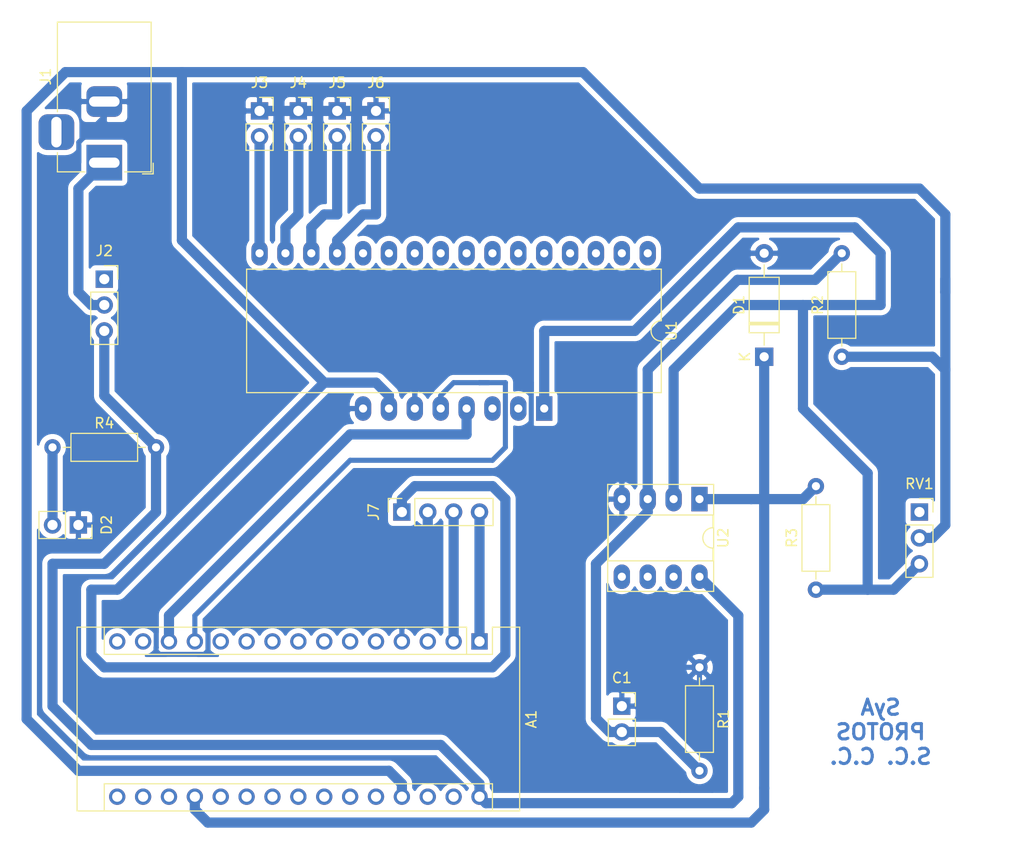
<source format=kicad_pcb>
(kicad_pcb (version 20171130) (host pcbnew "(5.1.9)-1")

  (general
    (thickness 1.6)
    (drawings 7)
    (tracks 170)
    (zones 0)
    (modules 18)
    (nets 17)
  )

  (page A4)
  (layers
    (0 F.Cu signal)
    (31 B.Cu signal)
    (32 B.Adhes user)
    (33 F.Adhes user)
    (34 B.Paste user)
    (35 F.Paste user)
    (36 B.SilkS user)
    (37 F.SilkS user)
    (38 B.Mask user)
    (39 F.Mask user)
    (40 Dwgs.User user)
    (41 Cmts.User user)
    (42 Eco1.User user)
    (43 Eco2.User user)
    (44 Edge.Cuts user)
    (45 Margin user)
    (46 B.CrtYd user)
    (47 F.CrtYd user)
    (48 B.Fab user)
    (49 F.Fab user)
  )

  (setup
    (last_trace_width 0.25)
    (user_trace_width 0.5)
    (trace_clearance 0.2)
    (zone_clearance 0.508)
    (zone_45_only no)
    (trace_min 0.2)
    (via_size 0.8)
    (via_drill 0.4)
    (via_min_size 0.4)
    (via_min_drill 0.3)
    (uvia_size 0.3)
    (uvia_drill 0.1)
    (uvias_allowed no)
    (uvia_min_size 0.2)
    (uvia_min_drill 0.1)
    (edge_width 0.05)
    (segment_width 0.2)
    (pcb_text_width 0.3)
    (pcb_text_size 1.5 1.5)
    (mod_edge_width 0.12)
    (mod_text_size 1 1)
    (mod_text_width 0.15)
    (pad_size 1.524 1.524)
    (pad_drill 0.762)
    (pad_to_mask_clearance 0)
    (aux_axis_origin 0 0)
    (visible_elements 7FFFFFFF)
    (pcbplotparams
      (layerselection 0x03000_ffffffff)
      (usegerberextensions false)
      (usegerberattributes true)
      (usegerberadvancedattributes true)
      (creategerberjobfile true)
      (excludeedgelayer true)
      (linewidth 0.100000)
      (plotframeref true)
      (viasonmask false)
      (mode 1)
      (useauxorigin false)
      (hpglpennumber 1)
      (hpglpenspeed 20)
      (hpglpendiameter 15.000000)
      (psnegative false)
      (psa4output false)
      (plotreference true)
      (plotvalue true)
      (plotinvisibletext false)
      (padsonsilk false)
      (subtractmaskfromsilk false)
      (outputformat 1)
      (mirror false)
      (drillshape 0)
      (scaleselection 1)
      (outputdirectory "./"))
  )

  (net 0 "")
  (net 1 "Net-(A1-Pad1)")
  (net 2 "Net-(A1-Pad2)")
  (net 3 "Net-(A1-Pad19)")
  (net 4 GND)
  (net 5 "Net-(A1-Pad27)")
  (net 6 "Net-(A1-Pad12)")
  (net 7 "Net-(A1-Pad13)")
  (net 8 "Net-(A1-Pad30)")
  (net 9 "Net-(C1-Pad2)")
  (net 10 "Net-(D2-Pad2)")
  (net 11 "Net-(J1-Pad1)")
  (net 12 "Net-(J3-Pad2)")
  (net 13 "Net-(J4-Pad2)")
  (net 14 "Net-(J5-Pad2)")
  (net 15 "Net-(J6-Pad2)")
  (net 16 "Net-(R3-Pad1)")

  (net_class Default "This is the default net class."
    (clearance 0.2)
    (trace_width 0.25)
    (via_dia 0.8)
    (via_drill 0.4)
    (uvia_dia 0.3)
    (uvia_drill 0.1)
    (add_net GND)
    (add_net "Net-(A1-Pad1)")
    (add_net "Net-(A1-Pad12)")
    (add_net "Net-(A1-Pad13)")
    (add_net "Net-(A1-Pad19)")
    (add_net "Net-(A1-Pad2)")
    (add_net "Net-(A1-Pad27)")
    (add_net "Net-(A1-Pad30)")
    (add_net "Net-(C1-Pad2)")
    (add_net "Net-(D2-Pad2)")
    (add_net "Net-(J1-Pad1)")
    (add_net "Net-(J3-Pad2)")
    (add_net "Net-(J4-Pad2)")
    (add_net "Net-(J5-Pad2)")
    (add_net "Net-(J6-Pad2)")
    (add_net "Net-(R3-Pad1)")
  )

  (module Module:Arduino_Nano (layer F.Cu) (tedit 58ACAF70) (tstamp 656242BA)
    (at 144.78 111.76 270)
    (descr "Arduino Nano, http://www.mouser.com/pdfdocs/Gravitech_Arduino_Nano3_0.pdf")
    (tags "Arduino Nano")
    (path /65597B55)
    (fp_text reference A1 (at 7.62 -5.08 90) (layer F.SilkS)
      (effects (font (size 1 1) (thickness 0.15)))
    )
    (fp_text value Arduino_Nano_v3.x (at 8.89 19.05) (layer F.Fab)
      (effects (font (size 1 1) (thickness 0.15)))
    )
    (fp_line (start 16.75 42.16) (end -1.53 42.16) (layer F.CrtYd) (width 0.05))
    (fp_line (start 16.75 42.16) (end 16.75 -4.06) (layer F.CrtYd) (width 0.05))
    (fp_line (start -1.53 -4.06) (end -1.53 42.16) (layer F.CrtYd) (width 0.05))
    (fp_line (start -1.53 -4.06) (end 16.75 -4.06) (layer F.CrtYd) (width 0.05))
    (fp_line (start 16.51 -3.81) (end 16.51 39.37) (layer F.Fab) (width 0.1))
    (fp_line (start 0 -3.81) (end 16.51 -3.81) (layer F.Fab) (width 0.1))
    (fp_line (start -1.27 -2.54) (end 0 -3.81) (layer F.Fab) (width 0.1))
    (fp_line (start -1.27 39.37) (end -1.27 -2.54) (layer F.Fab) (width 0.1))
    (fp_line (start 16.51 39.37) (end -1.27 39.37) (layer F.Fab) (width 0.1))
    (fp_line (start 16.64 -3.94) (end -1.4 -3.94) (layer F.SilkS) (width 0.12))
    (fp_line (start 16.64 39.5) (end 16.64 -3.94) (layer F.SilkS) (width 0.12))
    (fp_line (start -1.4 39.5) (end 16.64 39.5) (layer F.SilkS) (width 0.12))
    (fp_line (start 3.81 41.91) (end 3.81 31.75) (layer F.Fab) (width 0.1))
    (fp_line (start 11.43 41.91) (end 3.81 41.91) (layer F.Fab) (width 0.1))
    (fp_line (start 11.43 31.75) (end 11.43 41.91) (layer F.Fab) (width 0.1))
    (fp_line (start 3.81 31.75) (end 11.43 31.75) (layer F.Fab) (width 0.1))
    (fp_line (start 1.27 36.83) (end -1.4 36.83) (layer F.SilkS) (width 0.12))
    (fp_line (start 1.27 1.27) (end 1.27 36.83) (layer F.SilkS) (width 0.12))
    (fp_line (start 1.27 1.27) (end -1.4 1.27) (layer F.SilkS) (width 0.12))
    (fp_line (start 13.97 36.83) (end 16.64 36.83) (layer F.SilkS) (width 0.12))
    (fp_line (start 13.97 -1.27) (end 13.97 36.83) (layer F.SilkS) (width 0.12))
    (fp_line (start 13.97 -1.27) (end 16.64 -1.27) (layer F.SilkS) (width 0.12))
    (fp_line (start -1.4 -3.94) (end -1.4 -1.27) (layer F.SilkS) (width 0.12))
    (fp_line (start -1.4 1.27) (end -1.4 39.5) (layer F.SilkS) (width 0.12))
    (fp_line (start 1.27 -1.27) (end -1.4 -1.27) (layer F.SilkS) (width 0.12))
    (fp_line (start 1.27 1.27) (end 1.27 -1.27) (layer F.SilkS) (width 0.12))
    (fp_text user %R (at 6.35 19.05) (layer F.Fab)
      (effects (font (size 1 1) (thickness 0.15)))
    )
    (pad 1 thru_hole rect (at 0 0 270) (size 1.6 1.6) (drill 1) (layers *.Cu *.Mask)
      (net 1 "Net-(A1-Pad1)"))
    (pad 17 thru_hole oval (at 15.24 33.02 270) (size 1.6 1.6) (drill 1) (layers *.Cu *.Mask))
    (pad 2 thru_hole oval (at 0 2.54 270) (size 1.6 1.6) (drill 1) (layers *.Cu *.Mask)
      (net 2 "Net-(A1-Pad2)"))
    (pad 18 thru_hole oval (at 15.24 30.48 270) (size 1.6 1.6) (drill 1) (layers *.Cu *.Mask))
    (pad 3 thru_hole oval (at 0 5.08 270) (size 1.6 1.6) (drill 1) (layers *.Cu *.Mask))
    (pad 19 thru_hole oval (at 15.24 27.94 270) (size 1.6 1.6) (drill 1) (layers *.Cu *.Mask)
      (net 3 "Net-(A1-Pad19)"))
    (pad 4 thru_hole oval (at 0 7.62 270) (size 1.6 1.6) (drill 1) (layers *.Cu *.Mask)
      (net 4 GND))
    (pad 20 thru_hole oval (at 15.24 25.4 270) (size 1.6 1.6) (drill 1) (layers *.Cu *.Mask))
    (pad 5 thru_hole oval (at 0 10.16 270) (size 1.6 1.6) (drill 1) (layers *.Cu *.Mask))
    (pad 21 thru_hole oval (at 15.24 22.86 270) (size 1.6 1.6) (drill 1) (layers *.Cu *.Mask))
    (pad 6 thru_hole oval (at 0 12.7 270) (size 1.6 1.6) (drill 1) (layers *.Cu *.Mask))
    (pad 22 thru_hole oval (at 15.24 20.32 270) (size 1.6 1.6) (drill 1) (layers *.Cu *.Mask))
    (pad 7 thru_hole oval (at 0 15.24 270) (size 1.6 1.6) (drill 1) (layers *.Cu *.Mask))
    (pad 23 thru_hole oval (at 15.24 17.78 270) (size 1.6 1.6) (drill 1) (layers *.Cu *.Mask))
    (pad 8 thru_hole oval (at 0 17.78 270) (size 1.6 1.6) (drill 1) (layers *.Cu *.Mask))
    (pad 24 thru_hole oval (at 15.24 15.24 270) (size 1.6 1.6) (drill 1) (layers *.Cu *.Mask))
    (pad 9 thru_hole oval (at 0 20.32 270) (size 1.6 1.6) (drill 1) (layers *.Cu *.Mask))
    (pad 25 thru_hole oval (at 15.24 12.7 270) (size 1.6 1.6) (drill 1) (layers *.Cu *.Mask))
    (pad 10 thru_hole oval (at 0 22.86 270) (size 1.6 1.6) (drill 1) (layers *.Cu *.Mask))
    (pad 26 thru_hole oval (at 15.24 10.16 270) (size 1.6 1.6) (drill 1) (layers *.Cu *.Mask))
    (pad 11 thru_hole oval (at 0 25.4 270) (size 1.6 1.6) (drill 1) (layers *.Cu *.Mask))
    (pad 27 thru_hole oval (at 15.24 7.62 270) (size 1.6 1.6) (drill 1) (layers *.Cu *.Mask)
      (net 5 "Net-(A1-Pad27)"))
    (pad 12 thru_hole oval (at 0 27.94 270) (size 1.6 1.6) (drill 1) (layers *.Cu *.Mask)
      (net 6 "Net-(A1-Pad12)"))
    (pad 28 thru_hole oval (at 15.24 5.08 270) (size 1.6 1.6) (drill 1) (layers *.Cu *.Mask))
    (pad 13 thru_hole oval (at 0 30.48 270) (size 1.6 1.6) (drill 1) (layers *.Cu *.Mask)
      (net 7 "Net-(A1-Pad13)"))
    (pad 29 thru_hole oval (at 15.24 2.54 270) (size 1.6 1.6) (drill 1) (layers *.Cu *.Mask))
    (pad 14 thru_hole oval (at 0 33.02 270) (size 1.6 1.6) (drill 1) (layers *.Cu *.Mask))
    (pad 30 thru_hole oval (at 15.24 0 270) (size 1.6 1.6) (drill 1) (layers *.Cu *.Mask)
      (net 8 "Net-(A1-Pad30)"))
    (pad 15 thru_hole oval (at 0 35.56 270) (size 1.6 1.6) (drill 1) (layers *.Cu *.Mask))
    (pad 16 thru_hole oval (at 15.24 35.56 270) (size 1.6 1.6) (drill 1) (layers *.Cu *.Mask))
    (model ${KISYS3DMOD}/Module.3dshapes/Arduino_Nano_WithMountingHoles.wrl
      (at (xyz 0 0 0))
      (scale (xyz 1 1 1))
      (rotate (xyz 0 0 0))
    )
  )

  (module Connector_PinSocket_2.54mm:PinSocket_1x02_P2.54mm_Vertical (layer F.Cu) (tedit 5A19A420) (tstamp 656242D0)
    (at 158.75 118.11)
    (descr "Through hole straight socket strip, 1x02, 2.54mm pitch, single row (from Kicad 4.0.7), script generated")
    (tags "Through hole socket strip THT 1x02 2.54mm single row")
    (path /655A4E96)
    (fp_text reference C1 (at 0 -2.77) (layer F.SilkS)
      (effects (font (size 1 1) (thickness 0.15)))
    )
    (fp_text value C_Small (at 0 5.31) (layer F.Fab)
      (effects (font (size 1 1) (thickness 0.15)))
    )
    (fp_line (start -1.8 4.3) (end -1.8 -1.8) (layer F.CrtYd) (width 0.05))
    (fp_line (start 1.75 4.3) (end -1.8 4.3) (layer F.CrtYd) (width 0.05))
    (fp_line (start 1.75 -1.8) (end 1.75 4.3) (layer F.CrtYd) (width 0.05))
    (fp_line (start -1.8 -1.8) (end 1.75 -1.8) (layer F.CrtYd) (width 0.05))
    (fp_line (start 0 -1.33) (end 1.33 -1.33) (layer F.SilkS) (width 0.12))
    (fp_line (start 1.33 -1.33) (end 1.33 0) (layer F.SilkS) (width 0.12))
    (fp_line (start 1.33 1.27) (end 1.33 3.87) (layer F.SilkS) (width 0.12))
    (fp_line (start -1.33 3.87) (end 1.33 3.87) (layer F.SilkS) (width 0.12))
    (fp_line (start -1.33 1.27) (end -1.33 3.87) (layer F.SilkS) (width 0.12))
    (fp_line (start -1.33 1.27) (end 1.33 1.27) (layer F.SilkS) (width 0.12))
    (fp_line (start -1.27 3.81) (end -1.27 -1.27) (layer F.Fab) (width 0.1))
    (fp_line (start 1.27 3.81) (end -1.27 3.81) (layer F.Fab) (width 0.1))
    (fp_line (start 1.27 -0.635) (end 1.27 3.81) (layer F.Fab) (width 0.1))
    (fp_line (start 0.635 -1.27) (end 1.27 -0.635) (layer F.Fab) (width 0.1))
    (fp_line (start -1.27 -1.27) (end 0.635 -1.27) (layer F.Fab) (width 0.1))
    (fp_text user %R (at 0 1.27 90) (layer F.Fab)
      (effects (font (size 1 1) (thickness 0.15)))
    )
    (pad 1 thru_hole rect (at 0 0) (size 1.7 1.7) (drill 1) (layers *.Cu *.Mask)
      (net 4 GND))
    (pad 2 thru_hole oval (at 0 2.54) (size 1.7 1.7) (drill 1) (layers *.Cu *.Mask)
      (net 9 "Net-(C1-Pad2)"))
    (model ${KISYS3DMOD}/Connector_PinSocket_2.54mm.3dshapes/PinSocket_1x02_P2.54mm_Vertical.wrl
      (at (xyz 0 0 0))
      (scale (xyz 1 1 1))
      (rotate (xyz 0 0 0))
    )
  )

  (module Diode_THT:D_A-405_P10.16mm_Horizontal (layer F.Cu) (tedit 5AE50CD5) (tstamp 656242EF)
    (at 172.72 83.82 90)
    (descr "Diode, A-405 series, Axial, Horizontal, pin pitch=10.16mm, , length*diameter=5.2*2.7mm^2, , http://www.diodes.com/_files/packages/A-405.pdf")
    (tags "Diode A-405 series Axial Horizontal pin pitch 10.16mm  length 5.2mm diameter 2.7mm")
    (path /655A59D1)
    (fp_text reference D1 (at 5.08 -2.47 90) (layer F.SilkS)
      (effects (font (size 1 1) (thickness 0.15)))
    )
    (fp_text value D_Zener (at 5.08 2.47 90) (layer F.Fab)
      (effects (font (size 1 1) (thickness 0.15)))
    )
    (fp_line (start 11.31 -1.6) (end -1.15 -1.6) (layer F.CrtYd) (width 0.05))
    (fp_line (start 11.31 1.6) (end 11.31 -1.6) (layer F.CrtYd) (width 0.05))
    (fp_line (start -1.15 1.6) (end 11.31 1.6) (layer F.CrtYd) (width 0.05))
    (fp_line (start -1.15 -1.6) (end -1.15 1.6) (layer F.CrtYd) (width 0.05))
    (fp_line (start 3.14 -1.47) (end 3.14 1.47) (layer F.SilkS) (width 0.12))
    (fp_line (start 3.38 -1.47) (end 3.38 1.47) (layer F.SilkS) (width 0.12))
    (fp_line (start 3.26 -1.47) (end 3.26 1.47) (layer F.SilkS) (width 0.12))
    (fp_line (start 9.02 0) (end 7.8 0) (layer F.SilkS) (width 0.12))
    (fp_line (start 1.14 0) (end 2.36 0) (layer F.SilkS) (width 0.12))
    (fp_line (start 7.8 -1.47) (end 2.36 -1.47) (layer F.SilkS) (width 0.12))
    (fp_line (start 7.8 1.47) (end 7.8 -1.47) (layer F.SilkS) (width 0.12))
    (fp_line (start 2.36 1.47) (end 7.8 1.47) (layer F.SilkS) (width 0.12))
    (fp_line (start 2.36 -1.47) (end 2.36 1.47) (layer F.SilkS) (width 0.12))
    (fp_line (start 3.16 -1.35) (end 3.16 1.35) (layer F.Fab) (width 0.1))
    (fp_line (start 3.36 -1.35) (end 3.36 1.35) (layer F.Fab) (width 0.1))
    (fp_line (start 3.26 -1.35) (end 3.26 1.35) (layer F.Fab) (width 0.1))
    (fp_line (start 10.16 0) (end 7.68 0) (layer F.Fab) (width 0.1))
    (fp_line (start 0 0) (end 2.48 0) (layer F.Fab) (width 0.1))
    (fp_line (start 7.68 -1.35) (end 2.48 -1.35) (layer F.Fab) (width 0.1))
    (fp_line (start 7.68 1.35) (end 7.68 -1.35) (layer F.Fab) (width 0.1))
    (fp_line (start 2.48 1.35) (end 7.68 1.35) (layer F.Fab) (width 0.1))
    (fp_line (start 2.48 -1.35) (end 2.48 1.35) (layer F.Fab) (width 0.1))
    (fp_text user %R (at 5.47 0 90) (layer F.Fab)
      (effects (font (size 1 1) (thickness 0.15)))
    )
    (fp_text user K (at 0 -1.9 90) (layer F.Fab)
      (effects (font (size 1 1) (thickness 0.15)))
    )
    (fp_text user K (at 0 -1.9 90) (layer F.SilkS)
      (effects (font (size 1 1) (thickness 0.15)))
    )
    (pad 1 thru_hole rect (at 0 0 90) (size 1.8 1.8) (drill 0.9) (layers *.Cu *.Mask)
      (net 3 "Net-(A1-Pad19)"))
    (pad 2 thru_hole oval (at 10.16 0 90) (size 1.8 1.8) (drill 0.9) (layers *.Cu *.Mask)
      (net 4 GND))
    (model ${KISYS3DMOD}/Diode_THT.3dshapes/D_A-405_P10.16mm_Horizontal.wrl
      (at (xyz 0 0 0))
      (scale (xyz 1 1 1))
      (rotate (xyz 0 0 0))
    )
  )

  (module Connector_PinSocket_2.54mm:PinSocket_1x02_P2.54mm_Vertical (layer F.Cu) (tedit 5A19A420) (tstamp 65624305)
    (at 105.41 100.33 270)
    (descr "Through hole straight socket strip, 1x02, 2.54mm pitch, single row (from Kicad 4.0.7), script generated")
    (tags "Through hole socket strip THT 1x02 2.54mm single row")
    (path /658F9A6E)
    (fp_text reference D2 (at 0 -2.77 90) (layer F.SilkS)
      (effects (font (size 1 1) (thickness 0.15)))
    )
    (fp_text value LED (at 0 5.31 90) (layer F.Fab)
      (effects (font (size 1 1) (thickness 0.15)))
    )
    (fp_line (start -1.27 -1.27) (end 0.635 -1.27) (layer F.Fab) (width 0.1))
    (fp_line (start 0.635 -1.27) (end 1.27 -0.635) (layer F.Fab) (width 0.1))
    (fp_line (start 1.27 -0.635) (end 1.27 3.81) (layer F.Fab) (width 0.1))
    (fp_line (start 1.27 3.81) (end -1.27 3.81) (layer F.Fab) (width 0.1))
    (fp_line (start -1.27 3.81) (end -1.27 -1.27) (layer F.Fab) (width 0.1))
    (fp_line (start -1.33 1.27) (end 1.33 1.27) (layer F.SilkS) (width 0.12))
    (fp_line (start -1.33 1.27) (end -1.33 3.87) (layer F.SilkS) (width 0.12))
    (fp_line (start -1.33 3.87) (end 1.33 3.87) (layer F.SilkS) (width 0.12))
    (fp_line (start 1.33 1.27) (end 1.33 3.87) (layer F.SilkS) (width 0.12))
    (fp_line (start 1.33 -1.33) (end 1.33 0) (layer F.SilkS) (width 0.12))
    (fp_line (start 0 -1.33) (end 1.33 -1.33) (layer F.SilkS) (width 0.12))
    (fp_line (start -1.8 -1.8) (end 1.75 -1.8) (layer F.CrtYd) (width 0.05))
    (fp_line (start 1.75 -1.8) (end 1.75 4.3) (layer F.CrtYd) (width 0.05))
    (fp_line (start 1.75 4.3) (end -1.8 4.3) (layer F.CrtYd) (width 0.05))
    (fp_line (start -1.8 4.3) (end -1.8 -1.8) (layer F.CrtYd) (width 0.05))
    (fp_text user %R (at 0 1.27) (layer F.Fab)
      (effects (font (size 1 1) (thickness 0.15)))
    )
    (pad 2 thru_hole oval (at 0 2.54 270) (size 1.7 1.7) (drill 1) (layers *.Cu *.Mask)
      (net 10 "Net-(D2-Pad2)"))
    (pad 1 thru_hole rect (at 0 0 270) (size 1.7 1.7) (drill 1) (layers *.Cu *.Mask)
      (net 4 GND))
    (model ${KISYS3DMOD}/Connector_PinSocket_2.54mm.3dshapes/PinSocket_1x02_P2.54mm_Vertical.wrl
      (at (xyz 0 0 0))
      (scale (xyz 1 1 1))
      (rotate (xyz 0 0 0))
    )
  )

  (module Connector_BarrelJack:BarrelJack_Horizontal (layer F.Cu) (tedit 5A1DBF6A) (tstamp 65624328)
    (at 107.95 64.77 270)
    (descr "DC Barrel Jack")
    (tags "Power Jack")
    (path /6567789F)
    (fp_text reference J1 (at -8.45 5.75 90) (layer F.SilkS)
      (effects (font (size 1 1) (thickness 0.15)))
    )
    (fp_text value Barrel_Jack_Switch (at -6.2 -5.5 90) (layer F.Fab)
      (effects (font (size 1 1) (thickness 0.15)))
    )
    (fp_line (start 0 -4.5) (end -13.7 -4.5) (layer F.Fab) (width 0.1))
    (fp_line (start 0.8 4.5) (end 0.8 -3.75) (layer F.Fab) (width 0.1))
    (fp_line (start -13.7 4.5) (end 0.8 4.5) (layer F.Fab) (width 0.1))
    (fp_line (start -13.7 -4.5) (end -13.7 4.5) (layer F.Fab) (width 0.1))
    (fp_line (start -10.2 -4.5) (end -10.2 4.5) (layer F.Fab) (width 0.1))
    (fp_line (start 0.9 -4.6) (end 0.9 -2) (layer F.SilkS) (width 0.12))
    (fp_line (start -13.8 -4.6) (end 0.9 -4.6) (layer F.SilkS) (width 0.12))
    (fp_line (start 0.9 4.6) (end -1 4.6) (layer F.SilkS) (width 0.12))
    (fp_line (start 0.9 1.9) (end 0.9 4.6) (layer F.SilkS) (width 0.12))
    (fp_line (start -13.8 4.6) (end -13.8 -4.6) (layer F.SilkS) (width 0.12))
    (fp_line (start -5 4.6) (end -13.8 4.6) (layer F.SilkS) (width 0.12))
    (fp_line (start -14 4.75) (end -14 -4.75) (layer F.CrtYd) (width 0.05))
    (fp_line (start -5 4.75) (end -14 4.75) (layer F.CrtYd) (width 0.05))
    (fp_line (start -5 6.75) (end -5 4.75) (layer F.CrtYd) (width 0.05))
    (fp_line (start -1 6.75) (end -5 6.75) (layer F.CrtYd) (width 0.05))
    (fp_line (start -1 4.75) (end -1 6.75) (layer F.CrtYd) (width 0.05))
    (fp_line (start 1 4.75) (end -1 4.75) (layer F.CrtYd) (width 0.05))
    (fp_line (start 1 2) (end 1 4.75) (layer F.CrtYd) (width 0.05))
    (fp_line (start 2 2) (end 1 2) (layer F.CrtYd) (width 0.05))
    (fp_line (start 2 -2) (end 2 2) (layer F.CrtYd) (width 0.05))
    (fp_line (start 1 -2) (end 2 -2) (layer F.CrtYd) (width 0.05))
    (fp_line (start 1 -4.5) (end 1 -2) (layer F.CrtYd) (width 0.05))
    (fp_line (start 1 -4.75) (end -14 -4.75) (layer F.CrtYd) (width 0.05))
    (fp_line (start 1 -4.5) (end 1 -4.75) (layer F.CrtYd) (width 0.05))
    (fp_line (start 0.05 -4.8) (end 1.1 -4.8) (layer F.SilkS) (width 0.12))
    (fp_line (start 1.1 -3.75) (end 1.1 -4.8) (layer F.SilkS) (width 0.12))
    (fp_line (start -0.003213 -4.505425) (end 0.8 -3.75) (layer F.Fab) (width 0.1))
    (fp_text user %R (at -3 -2.95 90) (layer F.Fab)
      (effects (font (size 1 1) (thickness 0.15)))
    )
    (pad 1 thru_hole rect (at 0 0 270) (size 3.5 3.5) (drill oval 1 3) (layers *.Cu *.Mask)
      (net 11 "Net-(J1-Pad1)"))
    (pad 2 thru_hole roundrect (at -6 0 270) (size 3 3.5) (drill oval 1 3) (layers *.Cu *.Mask) (roundrect_rratio 0.25)
      (net 4 GND))
    (pad 3 thru_hole roundrect (at -3 4.7 270) (size 3.5 3.5) (drill oval 3 1) (layers *.Cu *.Mask) (roundrect_rratio 0.25))
    (model ${KISYS3DMOD}/Connector_BarrelJack.3dshapes/BarrelJack_Horizontal.wrl
      (at (xyz 0 0 0))
      (scale (xyz 1 1 1))
      (rotate (xyz 0 0 0))
    )
  )

  (module Connector_PinSocket_2.54mm:PinSocket_1x03_P2.54mm_Vertical (layer F.Cu) (tedit 5A19A429) (tstamp 6562433F)
    (at 107.95 76.2)
    (descr "Through hole straight socket strip, 1x03, 2.54mm pitch, single row (from Kicad 4.0.7), script generated")
    (tags "Through hole socket strip THT 1x03 2.54mm single row")
    (path /656A755E)
    (fp_text reference J2 (at 0 -2.77) (layer F.SilkS)
      (effects (font (size 1 1) (thickness 0.15)))
    )
    (fp_text value Conn_Interruptor (at 0 7.85) (layer F.Fab)
      (effects (font (size 1 1) (thickness 0.15)))
    )
    (fp_line (start -1.8 6.85) (end -1.8 -1.8) (layer F.CrtYd) (width 0.05))
    (fp_line (start 1.75 6.85) (end -1.8 6.85) (layer F.CrtYd) (width 0.05))
    (fp_line (start 1.75 -1.8) (end 1.75 6.85) (layer F.CrtYd) (width 0.05))
    (fp_line (start -1.8 -1.8) (end 1.75 -1.8) (layer F.CrtYd) (width 0.05))
    (fp_line (start 0 -1.33) (end 1.33 -1.33) (layer F.SilkS) (width 0.12))
    (fp_line (start 1.33 -1.33) (end 1.33 0) (layer F.SilkS) (width 0.12))
    (fp_line (start 1.33 1.27) (end 1.33 6.41) (layer F.SilkS) (width 0.12))
    (fp_line (start -1.33 6.41) (end 1.33 6.41) (layer F.SilkS) (width 0.12))
    (fp_line (start -1.33 1.27) (end -1.33 6.41) (layer F.SilkS) (width 0.12))
    (fp_line (start -1.33 1.27) (end 1.33 1.27) (layer F.SilkS) (width 0.12))
    (fp_line (start -1.27 6.35) (end -1.27 -1.27) (layer F.Fab) (width 0.1))
    (fp_line (start 1.27 6.35) (end -1.27 6.35) (layer F.Fab) (width 0.1))
    (fp_line (start 1.27 -0.635) (end 1.27 6.35) (layer F.Fab) (width 0.1))
    (fp_line (start 0.635 -1.27) (end 1.27 -0.635) (layer F.Fab) (width 0.1))
    (fp_line (start -1.27 -1.27) (end 0.635 -1.27) (layer F.Fab) (width 0.1))
    (fp_text user %R (at 0 2.54 90) (layer F.Fab)
      (effects (font (size 1 1) (thickness 0.15)))
    )
    (pad 1 thru_hole rect (at 0 0) (size 1.7 1.7) (drill 1) (layers *.Cu *.Mask))
    (pad 2 thru_hole oval (at 0 2.54) (size 1.7 1.7) (drill 1) (layers *.Cu *.Mask)
      (net 11 "Net-(J1-Pad1)"))
    (pad 3 thru_hole oval (at 0 5.08) (size 1.7 1.7) (drill 1) (layers *.Cu *.Mask)
      (net 8 "Net-(A1-Pad30)"))
    (model ${KISYS3DMOD}/Connector_PinSocket_2.54mm.3dshapes/PinSocket_1x03_P2.54mm_Vertical.wrl
      (at (xyz 0 0 0))
      (scale (xyz 1 1 1))
      (rotate (xyz 0 0 0))
    )
  )

  (module Connector_PinSocket_2.54mm:PinSocket_1x02_P2.54mm_Vertical (layer F.Cu) (tedit 5A19A420) (tstamp 65624355)
    (at 123.19 59.69)
    (descr "Through hole straight socket strip, 1x02, 2.54mm pitch, single row (from Kicad 4.0.7), script generated")
    (tags "Through hole socket strip THT 1x02 2.54mm single row")
    (path /655B6F1A)
    (fp_text reference J3 (at 0 -2.77) (layer F.SilkS)
      (effects (font (size 1 1) (thickness 0.15)))
    )
    (fp_text value Conn_Sensor1 (at 0 5.31) (layer F.Fab)
      (effects (font (size 1 1) (thickness 0.15)))
    )
    (fp_line (start -1.27 -1.27) (end 0.635 -1.27) (layer F.Fab) (width 0.1))
    (fp_line (start 0.635 -1.27) (end 1.27 -0.635) (layer F.Fab) (width 0.1))
    (fp_line (start 1.27 -0.635) (end 1.27 3.81) (layer F.Fab) (width 0.1))
    (fp_line (start 1.27 3.81) (end -1.27 3.81) (layer F.Fab) (width 0.1))
    (fp_line (start -1.27 3.81) (end -1.27 -1.27) (layer F.Fab) (width 0.1))
    (fp_line (start -1.33 1.27) (end 1.33 1.27) (layer F.SilkS) (width 0.12))
    (fp_line (start -1.33 1.27) (end -1.33 3.87) (layer F.SilkS) (width 0.12))
    (fp_line (start -1.33 3.87) (end 1.33 3.87) (layer F.SilkS) (width 0.12))
    (fp_line (start 1.33 1.27) (end 1.33 3.87) (layer F.SilkS) (width 0.12))
    (fp_line (start 1.33 -1.33) (end 1.33 0) (layer F.SilkS) (width 0.12))
    (fp_line (start 0 -1.33) (end 1.33 -1.33) (layer F.SilkS) (width 0.12))
    (fp_line (start -1.8 -1.8) (end 1.75 -1.8) (layer F.CrtYd) (width 0.05))
    (fp_line (start 1.75 -1.8) (end 1.75 4.3) (layer F.CrtYd) (width 0.05))
    (fp_line (start 1.75 4.3) (end -1.8 4.3) (layer F.CrtYd) (width 0.05))
    (fp_line (start -1.8 4.3) (end -1.8 -1.8) (layer F.CrtYd) (width 0.05))
    (fp_text user %R (at 0 1.27 90) (layer F.Fab)
      (effects (font (size 1 1) (thickness 0.15)))
    )
    (pad 2 thru_hole oval (at 0 2.54) (size 1.7 1.7) (drill 1) (layers *.Cu *.Mask)
      (net 12 "Net-(J3-Pad2)"))
    (pad 1 thru_hole rect (at 0 0) (size 1.7 1.7) (drill 1) (layers *.Cu *.Mask)
      (net 4 GND))
    (model ${KISYS3DMOD}/Connector_PinSocket_2.54mm.3dshapes/PinSocket_1x02_P2.54mm_Vertical.wrl
      (at (xyz 0 0 0))
      (scale (xyz 1 1 1))
      (rotate (xyz 0 0 0))
    )
  )

  (module Connector_PinSocket_2.54mm:PinSocket_1x02_P2.54mm_Vertical (layer F.Cu) (tedit 5A19A420) (tstamp 6562436B)
    (at 127 59.69)
    (descr "Through hole straight socket strip, 1x02, 2.54mm pitch, single row (from Kicad 4.0.7), script generated")
    (tags "Through hole socket strip THT 1x02 2.54mm single row")
    (path /655B8132)
    (fp_text reference J4 (at 0 -2.77) (layer F.SilkS)
      (effects (font (size 1 1) (thickness 0.15)))
    )
    (fp_text value Conn_Sensor2 (at 0 5.31) (layer F.Fab)
      (effects (font (size 1 1) (thickness 0.15)))
    )
    (fp_line (start -1.8 4.3) (end -1.8 -1.8) (layer F.CrtYd) (width 0.05))
    (fp_line (start 1.75 4.3) (end -1.8 4.3) (layer F.CrtYd) (width 0.05))
    (fp_line (start 1.75 -1.8) (end 1.75 4.3) (layer F.CrtYd) (width 0.05))
    (fp_line (start -1.8 -1.8) (end 1.75 -1.8) (layer F.CrtYd) (width 0.05))
    (fp_line (start 0 -1.33) (end 1.33 -1.33) (layer F.SilkS) (width 0.12))
    (fp_line (start 1.33 -1.33) (end 1.33 0) (layer F.SilkS) (width 0.12))
    (fp_line (start 1.33 1.27) (end 1.33 3.87) (layer F.SilkS) (width 0.12))
    (fp_line (start -1.33 3.87) (end 1.33 3.87) (layer F.SilkS) (width 0.12))
    (fp_line (start -1.33 1.27) (end -1.33 3.87) (layer F.SilkS) (width 0.12))
    (fp_line (start -1.33 1.27) (end 1.33 1.27) (layer F.SilkS) (width 0.12))
    (fp_line (start -1.27 3.81) (end -1.27 -1.27) (layer F.Fab) (width 0.1))
    (fp_line (start 1.27 3.81) (end -1.27 3.81) (layer F.Fab) (width 0.1))
    (fp_line (start 1.27 -0.635) (end 1.27 3.81) (layer F.Fab) (width 0.1))
    (fp_line (start 0.635 -1.27) (end 1.27 -0.635) (layer F.Fab) (width 0.1))
    (fp_line (start -1.27 -1.27) (end 0.635 -1.27) (layer F.Fab) (width 0.1))
    (fp_text user %R (at 0 1.27 90) (layer F.Fab)
      (effects (font (size 1 1) (thickness 0.15)))
    )
    (pad 1 thru_hole rect (at 0 0) (size 1.7 1.7) (drill 1) (layers *.Cu *.Mask)
      (net 4 GND))
    (pad 2 thru_hole oval (at 0 2.54) (size 1.7 1.7) (drill 1) (layers *.Cu *.Mask)
      (net 13 "Net-(J4-Pad2)"))
    (model ${KISYS3DMOD}/Connector_PinSocket_2.54mm.3dshapes/PinSocket_1x02_P2.54mm_Vertical.wrl
      (at (xyz 0 0 0))
      (scale (xyz 1 1 1))
      (rotate (xyz 0 0 0))
    )
  )

  (module Connector_PinSocket_2.54mm:PinSocket_1x02_P2.54mm_Vertical (layer F.Cu) (tedit 5A19A420) (tstamp 65624381)
    (at 130.81 59.69)
    (descr "Through hole straight socket strip, 1x02, 2.54mm pitch, single row (from Kicad 4.0.7), script generated")
    (tags "Through hole socket strip THT 1x02 2.54mm single row")
    (path /655B871B)
    (fp_text reference J5 (at 0 -2.77) (layer F.SilkS)
      (effects (font (size 1 1) (thickness 0.15)))
    )
    (fp_text value Conn_Sensor3 (at 0 5.31) (layer F.Fab)
      (effects (font (size 1 1) (thickness 0.15)))
    )
    (fp_line (start -1.8 4.3) (end -1.8 -1.8) (layer F.CrtYd) (width 0.05))
    (fp_line (start 1.75 4.3) (end -1.8 4.3) (layer F.CrtYd) (width 0.05))
    (fp_line (start 1.75 -1.8) (end 1.75 4.3) (layer F.CrtYd) (width 0.05))
    (fp_line (start -1.8 -1.8) (end 1.75 -1.8) (layer F.CrtYd) (width 0.05))
    (fp_line (start 0 -1.33) (end 1.33 -1.33) (layer F.SilkS) (width 0.12))
    (fp_line (start 1.33 -1.33) (end 1.33 0) (layer F.SilkS) (width 0.12))
    (fp_line (start 1.33 1.27) (end 1.33 3.87) (layer F.SilkS) (width 0.12))
    (fp_line (start -1.33 3.87) (end 1.33 3.87) (layer F.SilkS) (width 0.12))
    (fp_line (start -1.33 1.27) (end -1.33 3.87) (layer F.SilkS) (width 0.12))
    (fp_line (start -1.33 1.27) (end 1.33 1.27) (layer F.SilkS) (width 0.12))
    (fp_line (start -1.27 3.81) (end -1.27 -1.27) (layer F.Fab) (width 0.1))
    (fp_line (start 1.27 3.81) (end -1.27 3.81) (layer F.Fab) (width 0.1))
    (fp_line (start 1.27 -0.635) (end 1.27 3.81) (layer F.Fab) (width 0.1))
    (fp_line (start 0.635 -1.27) (end 1.27 -0.635) (layer F.Fab) (width 0.1))
    (fp_line (start -1.27 -1.27) (end 0.635 -1.27) (layer F.Fab) (width 0.1))
    (fp_text user %R (at 0 1.27 90) (layer F.Fab)
      (effects (font (size 1 1) (thickness 0.15)))
    )
    (pad 1 thru_hole rect (at 0 0) (size 1.7 1.7) (drill 1) (layers *.Cu *.Mask)
      (net 4 GND))
    (pad 2 thru_hole oval (at 0 2.54) (size 1.7 1.7) (drill 1) (layers *.Cu *.Mask)
      (net 14 "Net-(J5-Pad2)"))
    (model ${KISYS3DMOD}/Connector_PinSocket_2.54mm.3dshapes/PinSocket_1x02_P2.54mm_Vertical.wrl
      (at (xyz 0 0 0))
      (scale (xyz 1 1 1))
      (rotate (xyz 0 0 0))
    )
  )

  (module Connector_PinSocket_2.54mm:PinSocket_1x02_P2.54mm_Vertical (layer F.Cu) (tedit 5A19A420) (tstamp 65624397)
    (at 134.62 59.69)
    (descr "Through hole straight socket strip, 1x02, 2.54mm pitch, single row (from Kicad 4.0.7), script generated")
    (tags "Through hole socket strip THT 1x02 2.54mm single row")
    (path /655B8BE5)
    (fp_text reference J6 (at 0 -2.77) (layer F.SilkS)
      (effects (font (size 1 1) (thickness 0.15)))
    )
    (fp_text value Conn_Sensor4 (at 0 5.31) (layer F.Fab)
      (effects (font (size 1 1) (thickness 0.15)))
    )
    (fp_line (start -1.27 -1.27) (end 0.635 -1.27) (layer F.Fab) (width 0.1))
    (fp_line (start 0.635 -1.27) (end 1.27 -0.635) (layer F.Fab) (width 0.1))
    (fp_line (start 1.27 -0.635) (end 1.27 3.81) (layer F.Fab) (width 0.1))
    (fp_line (start 1.27 3.81) (end -1.27 3.81) (layer F.Fab) (width 0.1))
    (fp_line (start -1.27 3.81) (end -1.27 -1.27) (layer F.Fab) (width 0.1))
    (fp_line (start -1.33 1.27) (end 1.33 1.27) (layer F.SilkS) (width 0.12))
    (fp_line (start -1.33 1.27) (end -1.33 3.87) (layer F.SilkS) (width 0.12))
    (fp_line (start -1.33 3.87) (end 1.33 3.87) (layer F.SilkS) (width 0.12))
    (fp_line (start 1.33 1.27) (end 1.33 3.87) (layer F.SilkS) (width 0.12))
    (fp_line (start 1.33 -1.33) (end 1.33 0) (layer F.SilkS) (width 0.12))
    (fp_line (start 0 -1.33) (end 1.33 -1.33) (layer F.SilkS) (width 0.12))
    (fp_line (start -1.8 -1.8) (end 1.75 -1.8) (layer F.CrtYd) (width 0.05))
    (fp_line (start 1.75 -1.8) (end 1.75 4.3) (layer F.CrtYd) (width 0.05))
    (fp_line (start 1.75 4.3) (end -1.8 4.3) (layer F.CrtYd) (width 0.05))
    (fp_line (start -1.8 4.3) (end -1.8 -1.8) (layer F.CrtYd) (width 0.05))
    (fp_text user %R (at 0 1.27 90) (layer F.Fab)
      (effects (font (size 1 1) (thickness 0.15)))
    )
    (pad 2 thru_hole oval (at 0 2.54) (size 1.7 1.7) (drill 1) (layers *.Cu *.Mask)
      (net 15 "Net-(J6-Pad2)"))
    (pad 1 thru_hole rect (at 0 0) (size 1.7 1.7) (drill 1) (layers *.Cu *.Mask)
      (net 4 GND))
    (model ${KISYS3DMOD}/Connector_PinSocket_2.54mm.3dshapes/PinSocket_1x02_P2.54mm_Vertical.wrl
      (at (xyz 0 0 0))
      (scale (xyz 1 1 1))
      (rotate (xyz 0 0 0))
    )
  )

  (module Connector_PinSocket_2.54mm:PinSocket_1x04_P2.54mm_Vertical (layer F.Cu) (tedit 5A19A429) (tstamp 656243AF)
    (at 137.16 99.06 90)
    (descr "Through hole straight socket strip, 1x04, 2.54mm pitch, single row (from Kicad 4.0.7), script generated")
    (tags "Through hole socket strip THT 1x04 2.54mm single row")
    (path /655DDCBF)
    (fp_text reference J7 (at 0 -2.77 90) (layer F.SilkS)
      (effects (font (size 1 1) (thickness 0.15)))
    )
    (fp_text value Conn_Bluetooth (at 0 10.39 90) (layer F.Fab)
      (effects (font (size 1 1) (thickness 0.15)))
    )
    (fp_line (start -1.8 9.4) (end -1.8 -1.8) (layer F.CrtYd) (width 0.05))
    (fp_line (start 1.75 9.4) (end -1.8 9.4) (layer F.CrtYd) (width 0.05))
    (fp_line (start 1.75 -1.8) (end 1.75 9.4) (layer F.CrtYd) (width 0.05))
    (fp_line (start -1.8 -1.8) (end 1.75 -1.8) (layer F.CrtYd) (width 0.05))
    (fp_line (start 0 -1.33) (end 1.33 -1.33) (layer F.SilkS) (width 0.12))
    (fp_line (start 1.33 -1.33) (end 1.33 0) (layer F.SilkS) (width 0.12))
    (fp_line (start 1.33 1.27) (end 1.33 8.95) (layer F.SilkS) (width 0.12))
    (fp_line (start -1.33 8.95) (end 1.33 8.95) (layer F.SilkS) (width 0.12))
    (fp_line (start -1.33 1.27) (end -1.33 8.95) (layer F.SilkS) (width 0.12))
    (fp_line (start -1.33 1.27) (end 1.33 1.27) (layer F.SilkS) (width 0.12))
    (fp_line (start -1.27 8.89) (end -1.27 -1.27) (layer F.Fab) (width 0.1))
    (fp_line (start 1.27 8.89) (end -1.27 8.89) (layer F.Fab) (width 0.1))
    (fp_line (start 1.27 -0.635) (end 1.27 8.89) (layer F.Fab) (width 0.1))
    (fp_line (start 0.635 -1.27) (end 1.27 -0.635) (layer F.Fab) (width 0.1))
    (fp_line (start -1.27 -1.27) (end 0.635 -1.27) (layer F.Fab) (width 0.1))
    (fp_text user %R (at 0 3.81) (layer F.Fab)
      (effects (font (size 1 1) (thickness 0.15)))
    )
    (pad 1 thru_hole rect (at 0 0 90) (size 1.7 1.7) (drill 1) (layers *.Cu *.Mask)
      (net 5 "Net-(A1-Pad27)"))
    (pad 2 thru_hole oval (at 0 2.54 90) (size 1.7 1.7) (drill 1) (layers *.Cu *.Mask)
      (net 4 GND))
    (pad 3 thru_hole oval (at 0 5.08 90) (size 1.7 1.7) (drill 1) (layers *.Cu *.Mask)
      (net 2 "Net-(A1-Pad2)"))
    (pad 4 thru_hole oval (at 0 7.62 90) (size 1.7 1.7) (drill 1) (layers *.Cu *.Mask)
      (net 1 "Net-(A1-Pad1)"))
    (model ${KISYS3DMOD}/Connector_PinSocket_2.54mm.3dshapes/PinSocket_1x04_P2.54mm_Vertical.wrl
      (at (xyz 0 0 0))
      (scale (xyz 1 1 1))
      (rotate (xyz 0 0 0))
    )
  )

  (module Resistor_THT:R_Axial_DIN0207_L6.3mm_D2.5mm_P10.16mm_Horizontal (layer F.Cu) (tedit 5AE5139B) (tstamp 656243C6)
    (at 166.37 114.3 270)
    (descr "Resistor, Axial_DIN0207 series, Axial, Horizontal, pin pitch=10.16mm, 0.25W = 1/4W, length*diameter=6.3*2.5mm^2, http://cdn-reichelt.de/documents/datenblatt/B400/1_4W%23YAG.pdf")
    (tags "Resistor Axial_DIN0207 series Axial Horizontal pin pitch 10.16mm 0.25W = 1/4W length 6.3mm diameter 2.5mm")
    (path /655A34FB)
    (fp_text reference R1 (at 5.08 -2.37 90) (layer F.SilkS)
      (effects (font (size 1 1) (thickness 0.15)))
    )
    (fp_text value R (at 5.08 2.37 90) (layer F.Fab)
      (effects (font (size 1 1) (thickness 0.15)))
    )
    (fp_line (start 11.21 -1.5) (end -1.05 -1.5) (layer F.CrtYd) (width 0.05))
    (fp_line (start 11.21 1.5) (end 11.21 -1.5) (layer F.CrtYd) (width 0.05))
    (fp_line (start -1.05 1.5) (end 11.21 1.5) (layer F.CrtYd) (width 0.05))
    (fp_line (start -1.05 -1.5) (end -1.05 1.5) (layer F.CrtYd) (width 0.05))
    (fp_line (start 9.12 0) (end 8.35 0) (layer F.SilkS) (width 0.12))
    (fp_line (start 1.04 0) (end 1.81 0) (layer F.SilkS) (width 0.12))
    (fp_line (start 8.35 -1.37) (end 1.81 -1.37) (layer F.SilkS) (width 0.12))
    (fp_line (start 8.35 1.37) (end 8.35 -1.37) (layer F.SilkS) (width 0.12))
    (fp_line (start 1.81 1.37) (end 8.35 1.37) (layer F.SilkS) (width 0.12))
    (fp_line (start 1.81 -1.37) (end 1.81 1.37) (layer F.SilkS) (width 0.12))
    (fp_line (start 10.16 0) (end 8.23 0) (layer F.Fab) (width 0.1))
    (fp_line (start 0 0) (end 1.93 0) (layer F.Fab) (width 0.1))
    (fp_line (start 8.23 -1.25) (end 1.93 -1.25) (layer F.Fab) (width 0.1))
    (fp_line (start 8.23 1.25) (end 8.23 -1.25) (layer F.Fab) (width 0.1))
    (fp_line (start 1.93 1.25) (end 8.23 1.25) (layer F.Fab) (width 0.1))
    (fp_line (start 1.93 -1.25) (end 1.93 1.25) (layer F.Fab) (width 0.1))
    (fp_text user %R (at 5.08 0 90) (layer F.Fab)
      (effects (font (size 1 1) (thickness 0.15)))
    )
    (pad 1 thru_hole circle (at 0 0 270) (size 1.6 1.6) (drill 0.8) (layers *.Cu *.Mask)
      (net 4 GND))
    (pad 2 thru_hole oval (at 10.16 0 270) (size 1.6 1.6) (drill 0.8) (layers *.Cu *.Mask)
      (net 9 "Net-(C1-Pad2)"))
    (model ${KISYS3DMOD}/Resistor_THT.3dshapes/R_Axial_DIN0207_L6.3mm_D2.5mm_P10.16mm_Horizontal.wrl
      (at (xyz 0 0 0))
      (scale (xyz 1 1 1))
      (rotate (xyz 0 0 0))
    )
  )

  (module Resistor_THT:R_Axial_DIN0207_L6.3mm_D2.5mm_P10.16mm_Horizontal (layer F.Cu) (tedit 5AE5139B) (tstamp 656243DD)
    (at 180.34 83.82 90)
    (descr "Resistor, Axial_DIN0207 series, Axial, Horizontal, pin pitch=10.16mm, 0.25W = 1/4W, length*diameter=6.3*2.5mm^2, http://cdn-reichelt.de/documents/datenblatt/B400/1_4W%23YAG.pdf")
    (tags "Resistor Axial_DIN0207 series Axial Horizontal pin pitch 10.16mm 0.25W = 1/4W length 6.3mm diameter 2.5mm")
    (path /655A4419)
    (fp_text reference R2 (at 5.08 -2.37 90) (layer F.SilkS)
      (effects (font (size 1 1) (thickness 0.15)))
    )
    (fp_text value R (at 5.08 2.37 90) (layer F.Fab)
      (effects (font (size 1 1) (thickness 0.15)))
    )
    (fp_line (start 11.21 -1.5) (end -1.05 -1.5) (layer F.CrtYd) (width 0.05))
    (fp_line (start 11.21 1.5) (end 11.21 -1.5) (layer F.CrtYd) (width 0.05))
    (fp_line (start -1.05 1.5) (end 11.21 1.5) (layer F.CrtYd) (width 0.05))
    (fp_line (start -1.05 -1.5) (end -1.05 1.5) (layer F.CrtYd) (width 0.05))
    (fp_line (start 9.12 0) (end 8.35 0) (layer F.SilkS) (width 0.12))
    (fp_line (start 1.04 0) (end 1.81 0) (layer F.SilkS) (width 0.12))
    (fp_line (start 8.35 -1.37) (end 1.81 -1.37) (layer F.SilkS) (width 0.12))
    (fp_line (start 8.35 1.37) (end 8.35 -1.37) (layer F.SilkS) (width 0.12))
    (fp_line (start 1.81 1.37) (end 8.35 1.37) (layer F.SilkS) (width 0.12))
    (fp_line (start 1.81 -1.37) (end 1.81 1.37) (layer F.SilkS) (width 0.12))
    (fp_line (start 10.16 0) (end 8.23 0) (layer F.Fab) (width 0.1))
    (fp_line (start 0 0) (end 1.93 0) (layer F.Fab) (width 0.1))
    (fp_line (start 8.23 -1.25) (end 1.93 -1.25) (layer F.Fab) (width 0.1))
    (fp_line (start 8.23 1.25) (end 8.23 -1.25) (layer F.Fab) (width 0.1))
    (fp_line (start 1.93 1.25) (end 8.23 1.25) (layer F.Fab) (width 0.1))
    (fp_line (start 1.93 -1.25) (end 1.93 1.25) (layer F.Fab) (width 0.1))
    (fp_text user %R (at 5.08 0 90) (layer F.Fab)
      (effects (font (size 1 1) (thickness 0.15)))
    )
    (pad 1 thru_hole circle (at 0 0 90) (size 1.6 1.6) (drill 0.8) (layers *.Cu *.Mask)
      (net 5 "Net-(A1-Pad27)"))
    (pad 2 thru_hole oval (at 10.16 0 90) (size 1.6 1.6) (drill 0.8) (layers *.Cu *.Mask)
      (net 9 "Net-(C1-Pad2)"))
    (model ${KISYS3DMOD}/Resistor_THT.3dshapes/R_Axial_DIN0207_L6.3mm_D2.5mm_P10.16mm_Horizontal.wrl
      (at (xyz 0 0 0))
      (scale (xyz 1 1 1))
      (rotate (xyz 0 0 0))
    )
  )

  (module Resistor_THT:R_Axial_DIN0207_L6.3mm_D2.5mm_P10.16mm_Horizontal (layer F.Cu) (tedit 5AE5139B) (tstamp 656243F4)
    (at 177.8 106.68 90)
    (descr "Resistor, Axial_DIN0207 series, Axial, Horizontal, pin pitch=10.16mm, 0.25W = 1/4W, length*diameter=6.3*2.5mm^2, http://cdn-reichelt.de/documents/datenblatt/B400/1_4W%23YAG.pdf")
    (tags "Resistor Axial_DIN0207 series Axial Horizontal pin pitch 10.16mm 0.25W = 1/4W length 6.3mm diameter 2.5mm")
    (path /655A3C33)
    (fp_text reference R3 (at 5.08 -2.37 90) (layer F.SilkS)
      (effects (font (size 1 1) (thickness 0.15)))
    )
    (fp_text value R (at 5.08 2.37 90) (layer F.Fab)
      (effects (font (size 1 1) (thickness 0.15)))
    )
    (fp_line (start 1.93 -1.25) (end 1.93 1.25) (layer F.Fab) (width 0.1))
    (fp_line (start 1.93 1.25) (end 8.23 1.25) (layer F.Fab) (width 0.1))
    (fp_line (start 8.23 1.25) (end 8.23 -1.25) (layer F.Fab) (width 0.1))
    (fp_line (start 8.23 -1.25) (end 1.93 -1.25) (layer F.Fab) (width 0.1))
    (fp_line (start 0 0) (end 1.93 0) (layer F.Fab) (width 0.1))
    (fp_line (start 10.16 0) (end 8.23 0) (layer F.Fab) (width 0.1))
    (fp_line (start 1.81 -1.37) (end 1.81 1.37) (layer F.SilkS) (width 0.12))
    (fp_line (start 1.81 1.37) (end 8.35 1.37) (layer F.SilkS) (width 0.12))
    (fp_line (start 8.35 1.37) (end 8.35 -1.37) (layer F.SilkS) (width 0.12))
    (fp_line (start 8.35 -1.37) (end 1.81 -1.37) (layer F.SilkS) (width 0.12))
    (fp_line (start 1.04 0) (end 1.81 0) (layer F.SilkS) (width 0.12))
    (fp_line (start 9.12 0) (end 8.35 0) (layer F.SilkS) (width 0.12))
    (fp_line (start -1.05 -1.5) (end -1.05 1.5) (layer F.CrtYd) (width 0.05))
    (fp_line (start -1.05 1.5) (end 11.21 1.5) (layer F.CrtYd) (width 0.05))
    (fp_line (start 11.21 1.5) (end 11.21 -1.5) (layer F.CrtYd) (width 0.05))
    (fp_line (start 11.21 -1.5) (end -1.05 -1.5) (layer F.CrtYd) (width 0.05))
    (fp_text user %R (at 5.08 0 90) (layer F.Fab)
      (effects (font (size 1 1) (thickness 0.15)))
    )
    (pad 2 thru_hole oval (at 10.16 0 90) (size 1.6 1.6) (drill 0.8) (layers *.Cu *.Mask)
      (net 3 "Net-(A1-Pad19)"))
    (pad 1 thru_hole circle (at 0 0 90) (size 1.6 1.6) (drill 0.8) (layers *.Cu *.Mask)
      (net 16 "Net-(R3-Pad1)"))
    (model ${KISYS3DMOD}/Resistor_THT.3dshapes/R_Axial_DIN0207_L6.3mm_D2.5mm_P10.16mm_Horizontal.wrl
      (at (xyz 0 0 0))
      (scale (xyz 1 1 1))
      (rotate (xyz 0 0 0))
    )
  )

  (module Resistor_THT:R_Axial_DIN0207_L6.3mm_D2.5mm_P10.16mm_Horizontal (layer F.Cu) (tedit 5AE5139B) (tstamp 6562440B)
    (at 102.87 92.71)
    (descr "Resistor, Axial_DIN0207 series, Axial, Horizontal, pin pitch=10.16mm, 0.25W = 1/4W, length*diameter=6.3*2.5mm^2, http://cdn-reichelt.de/documents/datenblatt/B400/1_4W%23YAG.pdf")
    (tags "Resistor Axial_DIN0207 series Axial Horizontal pin pitch 10.16mm 0.25W = 1/4W length 6.3mm diameter 2.5mm")
    (path /658F9058)
    (fp_text reference R4 (at 5.08 -2.37) (layer F.SilkS)
      (effects (font (size 1 1) (thickness 0.15)))
    )
    (fp_text value R (at 5.08 2.37) (layer F.Fab)
      (effects (font (size 1 1) (thickness 0.15)))
    )
    (fp_line (start 1.93 -1.25) (end 1.93 1.25) (layer F.Fab) (width 0.1))
    (fp_line (start 1.93 1.25) (end 8.23 1.25) (layer F.Fab) (width 0.1))
    (fp_line (start 8.23 1.25) (end 8.23 -1.25) (layer F.Fab) (width 0.1))
    (fp_line (start 8.23 -1.25) (end 1.93 -1.25) (layer F.Fab) (width 0.1))
    (fp_line (start 0 0) (end 1.93 0) (layer F.Fab) (width 0.1))
    (fp_line (start 10.16 0) (end 8.23 0) (layer F.Fab) (width 0.1))
    (fp_line (start 1.81 -1.37) (end 1.81 1.37) (layer F.SilkS) (width 0.12))
    (fp_line (start 1.81 1.37) (end 8.35 1.37) (layer F.SilkS) (width 0.12))
    (fp_line (start 8.35 1.37) (end 8.35 -1.37) (layer F.SilkS) (width 0.12))
    (fp_line (start 8.35 -1.37) (end 1.81 -1.37) (layer F.SilkS) (width 0.12))
    (fp_line (start 1.04 0) (end 1.81 0) (layer F.SilkS) (width 0.12))
    (fp_line (start 9.12 0) (end 8.35 0) (layer F.SilkS) (width 0.12))
    (fp_line (start -1.05 -1.5) (end -1.05 1.5) (layer F.CrtYd) (width 0.05))
    (fp_line (start -1.05 1.5) (end 11.21 1.5) (layer F.CrtYd) (width 0.05))
    (fp_line (start 11.21 1.5) (end 11.21 -1.5) (layer F.CrtYd) (width 0.05))
    (fp_line (start 11.21 -1.5) (end -1.05 -1.5) (layer F.CrtYd) (width 0.05))
    (fp_text user %R (at 5.08 0) (layer F.Fab)
      (effects (font (size 1 1) (thickness 0.15)))
    )
    (pad 2 thru_hole oval (at 10.16 0) (size 1.6 1.6) (drill 0.8) (layers *.Cu *.Mask)
      (net 8 "Net-(A1-Pad30)"))
    (pad 1 thru_hole circle (at 0 0) (size 1.6 1.6) (drill 0.8) (layers *.Cu *.Mask)
      (net 10 "Net-(D2-Pad2)"))
    (model ${KISYS3DMOD}/Resistor_THT.3dshapes/R_Axial_DIN0207_L6.3mm_D2.5mm_P10.16mm_Horizontal.wrl
      (at (xyz 0 0 0))
      (scale (xyz 1 1 1))
      (rotate (xyz 0 0 0))
    )
  )

  (module Connector_PinSocket_2.54mm:PinSocket_1x03_P2.54mm_Vertical (layer F.Cu) (tedit 5A19A429) (tstamp 65624422)
    (at 187.96 99.06)
    (descr "Through hole straight socket strip, 1x03, 2.54mm pitch, single row (from Kicad 4.0.7), script generated")
    (tags "Through hole socket strip THT 1x03 2.54mm single row")
    (path /655A24F5)
    (fp_text reference RV1 (at 0 -2.77) (layer F.SilkS)
      (effects (font (size 1 1) (thickness 0.15)))
    )
    (fp_text value R_POT_TRIM (at 0 7.85) (layer F.Fab)
      (effects (font (size 1 1) (thickness 0.15)))
    )
    (fp_line (start -1.27 -1.27) (end 0.635 -1.27) (layer F.Fab) (width 0.1))
    (fp_line (start 0.635 -1.27) (end 1.27 -0.635) (layer F.Fab) (width 0.1))
    (fp_line (start 1.27 -0.635) (end 1.27 6.35) (layer F.Fab) (width 0.1))
    (fp_line (start 1.27 6.35) (end -1.27 6.35) (layer F.Fab) (width 0.1))
    (fp_line (start -1.27 6.35) (end -1.27 -1.27) (layer F.Fab) (width 0.1))
    (fp_line (start -1.33 1.27) (end 1.33 1.27) (layer F.SilkS) (width 0.12))
    (fp_line (start -1.33 1.27) (end -1.33 6.41) (layer F.SilkS) (width 0.12))
    (fp_line (start -1.33 6.41) (end 1.33 6.41) (layer F.SilkS) (width 0.12))
    (fp_line (start 1.33 1.27) (end 1.33 6.41) (layer F.SilkS) (width 0.12))
    (fp_line (start 1.33 -1.33) (end 1.33 0) (layer F.SilkS) (width 0.12))
    (fp_line (start 0 -1.33) (end 1.33 -1.33) (layer F.SilkS) (width 0.12))
    (fp_line (start -1.8 -1.8) (end 1.75 -1.8) (layer F.CrtYd) (width 0.05))
    (fp_line (start 1.75 -1.8) (end 1.75 6.85) (layer F.CrtYd) (width 0.05))
    (fp_line (start 1.75 6.85) (end -1.8 6.85) (layer F.CrtYd) (width 0.05))
    (fp_line (start -1.8 6.85) (end -1.8 -1.8) (layer F.CrtYd) (width 0.05))
    (fp_text user %R (at 0 2.54 90) (layer F.Fab)
      (effects (font (size 1 1) (thickness 0.15)))
    )
    (pad 3 thru_hole oval (at 0 5.08) (size 1.7 1.7) (drill 1) (layers *.Cu *.Mask)
      (net 16 "Net-(R3-Pad1)"))
    (pad 2 thru_hole oval (at 0 2.54) (size 1.7 1.7) (drill 1) (layers *.Cu *.Mask)
      (net 5 "Net-(A1-Pad27)"))
    (pad 1 thru_hole rect (at 0 0) (size 1.7 1.7) (drill 1) (layers *.Cu *.Mask))
    (model ${KISYS3DMOD}/Connector_PinSocket_2.54mm.3dshapes/PinSocket_1x03_P2.54mm_Vertical.wrl
      (at (xyz 0 0 0))
      (scale (xyz 1 1 1))
      (rotate (xyz 0 0 0))
    )
  )

  (module Package_DIP:DIP-24_W15.24mm_LongPads (layer F.Cu) (tedit 6561768F) (tstamp 6562444E)
    (at 161.29 73.66 270)
    (descr "24-lead though-hole mounted DIP package, row spacing 15.24 mm (600 mils), LongPads")
    (tags "THT DIP DIL PDIP 2.54mm 15.24mm 600mil LongPads")
    (path /6559D535)
    (fp_text reference U1 (at 7.62 -2.33 90) (layer F.SilkS)
      (effects (font (size 1 1) (thickness 0.15)))
    )
    (fp_text value CD74HC4067M (at 7.62 41.91 90) (layer F.Fab)
      (effects (font (size 1 1) (thickness 0.15)))
    )
    (fp_line (start 16.7 -1.55) (end -1.5 -1.55) (layer F.CrtYd) (width 0.05))
    (fp_line (start 16.7 40.64) (end 16.7 -1.55) (layer F.CrtYd) (width 0.05))
    (fp_line (start -1.5 40.64) (end 16.7 40.64) (layer F.CrtYd) (width 0.05))
    (fp_line (start -1.5 -1.55) (end -1.5 40.64) (layer F.CrtYd) (width 0.05))
    (fp_line (start 13.68 -1.33) (end 8.62 -1.33) (layer F.SilkS) (width 0.12))
    (fp_line (start 13.68 39.37) (end 13.68 -1.33) (layer F.SilkS) (width 0.12))
    (fp_line (start 1.56 39.37) (end 13.68 39.37) (layer F.SilkS) (width 0.12))
    (fp_line (start 1.56 -1.33) (end 1.56 39.37) (layer F.SilkS) (width 0.12))
    (fp_line (start 6.62 -1.33) (end 1.56 -1.33) (layer F.SilkS) (width 0.12))
    (fp_line (start 0.255 -0.27) (end 1.255 -1.27) (layer F.Fab) (width 0.1))
    (fp_line (start 0.255 39.37) (end 0.255 -0.27) (layer F.Fab) (width 0.1))
    (fp_line (start 14.985 39.37) (end 0.255 39.37) (layer F.Fab) (width 0.1))
    (fp_line (start 14.985 -1.27) (end 14.985 39.37) (layer F.Fab) (width 0.1))
    (fp_line (start 1.255 -1.27) (end 14.985 -1.27) (layer F.Fab) (width 0.1))
    (fp_arc (start 7.62 -1.33) (end 6.62 -1.33) (angle -180) (layer F.SilkS) (width 0.12))
    (fp_text user %R (at 7.62 13.97 90) (layer F.Fab)
      (effects (font (size 1 1) (thickness 0.15)))
    )
    (pad 16 thru_hole oval (at 0 0 270) (size 2.4 1.6) (drill 0.8) (layers *.Cu *.Mask))
    (pad 24 thru_hole oval (at 15.24 25.4 270) (size 2.4 1.6) (drill 0.8) (layers *.Cu *.Mask)
      (net 5 "Net-(A1-Pad27)"))
    (pad 17 thru_hole oval (at 0 2.54 270) (size 2.4 1.6) (drill 0.8) (layers *.Cu *.Mask))
    (pad 12 thru_hole oval (at 15.24 27.94 270) (size 2.4 1.6) (drill 0.8) (layers *.Cu *.Mask)
      (net 4 GND))
    (pad 18 thru_hole oval (at 0 5.08 270) (size 2.4 1.6) (drill 0.8) (layers *.Cu *.Mask))
    (pad 15 thru_hole oval (at 15.24 22.86 270) (size 2.4 1.6) (drill 0.8) (layers *.Cu *.Mask)
      (net 4 GND))
    (pad 19 thru_hole oval (at 0 7.62 270) (size 2.4 1.6) (drill 0.8) (layers *.Cu *.Mask))
    (pad 13 thru_hole oval (at 15.24 12.7 270) (size 2.4 1.6) (drill 0.8) (layers *.Cu *.Mask))
    (pad 20 thru_hole oval (at 0 10.16 270) (size 2.4 1.6) (drill 0.8) (layers *.Cu *.Mask))
    (pad 14 thru_hole oval (at 15.24 15.24 270) (size 2.4 1.6) (drill 0.8) (layers *.Cu *.Mask))
    (pad 21 thru_hole oval (at 0 12.7 270) (size 2.4 1.6) (drill 0.8) (layers *.Cu *.Mask))
    (pad 11 thru_hole oval (at 15.24 17.78 270) (size 2.4 1.6) (drill 0.8) (layers *.Cu *.Mask)
      (net 7 "Net-(A1-Pad13)"))
    (pad 22 thru_hole oval (at 0 15.24 270) (size 2.4 1.6) (drill 0.8) (layers *.Cu *.Mask))
    (pad 10 thru_hole oval (at 15.24 20.32 270) (size 2.4 1.6) (drill 0.8) (layers *.Cu *.Mask)
      (net 6 "Net-(A1-Pad12)"))
    (pad 23 thru_hole oval (at 0 17.78 270) (size 2.4 1.6) (drill 0.8) (layers *.Cu *.Mask))
    (pad 1 thru_hole rect (at 15.24 10.16 270) (size 2.4 1.6) (drill 0.8) (layers *.Cu *.Mask)
      (net 16 "Net-(R3-Pad1)"))
    (pad 2 thru_hole oval (at 0 20.32 270) (size 2.4 1.6) (drill 0.8) (layers *.Cu *.Mask))
    (pad 9 thru_hole oval (at 0 38.1 270) (size 2.4 1.6) (drill 0.8) (layers *.Cu *.Mask)
      (net 12 "Net-(J3-Pad2)"))
    (pad 3 thru_hole oval (at 0 22.86 270) (size 2.4 1.6) (drill 0.8) (layers *.Cu *.Mask))
    (pad 8 thru_hole oval (at 0 35.56 270) (size 2.4 1.6) (drill 0.8) (layers *.Cu *.Mask)
      (net 13 "Net-(J4-Pad2)"))
    (pad 4 thru_hole oval (at 0 25.4 270) (size 2.4 1.6) (drill 0.8) (layers *.Cu *.Mask))
    (pad 7 thru_hole oval (at 0 33.02 270) (size 2.4 1.6) (drill 0.8) (layers *.Cu *.Mask)
      (net 14 "Net-(J5-Pad2)"))
    (pad 5 thru_hole oval (at 0 27.94 270) (size 2.4 1.6) (drill 0.8) (layers *.Cu *.Mask))
    (pad 6 thru_hole oval (at 0 30.48 270) (size 2.4 1.6) (drill 0.8) (layers *.Cu *.Mask)
      (net 15 "Net-(J6-Pad2)"))
    (model ${KISYS3DMOD}/Package_DIP.3dshapes/DIP-24_W15.24mm.wrl
      (at (xyz 0 0 0))
      (scale (xyz 1 1 1))
      (rotate (xyz 0 0 0))
    )
  )

  (module Package_DIP:DIP-8_W7.62mm_Socket_LongPads (layer F.Cu) (tedit 5A02E8C5) (tstamp 65624472)
    (at 166.37 97.79 270)
    (descr "8-lead though-hole mounted DIP package, row spacing 7.62 mm (300 mils), Socket, LongPads")
    (tags "THT DIP DIL PDIP 2.54mm 7.62mm 300mil Socket LongPads")
    (path /6559FA4A)
    (fp_text reference U2 (at 3.81 -2.33 90) (layer F.SilkS)
      (effects (font (size 1 1) (thickness 0.15)))
    )
    (fp_text value LM358 (at 3.81 9.95 90) (layer F.Fab)
      (effects (font (size 1 1) (thickness 0.15)))
    )
    (fp_line (start 9.15 -1.6) (end -1.55 -1.6) (layer F.CrtYd) (width 0.05))
    (fp_line (start 9.15 9.2) (end 9.15 -1.6) (layer F.CrtYd) (width 0.05))
    (fp_line (start -1.55 9.2) (end 9.15 9.2) (layer F.CrtYd) (width 0.05))
    (fp_line (start -1.55 -1.6) (end -1.55 9.2) (layer F.CrtYd) (width 0.05))
    (fp_line (start 9.06 -1.39) (end -1.44 -1.39) (layer F.SilkS) (width 0.12))
    (fp_line (start 9.06 9.01) (end 9.06 -1.39) (layer F.SilkS) (width 0.12))
    (fp_line (start -1.44 9.01) (end 9.06 9.01) (layer F.SilkS) (width 0.12))
    (fp_line (start -1.44 -1.39) (end -1.44 9.01) (layer F.SilkS) (width 0.12))
    (fp_line (start 6.06 -1.33) (end 4.81 -1.33) (layer F.SilkS) (width 0.12))
    (fp_line (start 6.06 8.95) (end 6.06 -1.33) (layer F.SilkS) (width 0.12))
    (fp_line (start 1.56 8.95) (end 6.06 8.95) (layer F.SilkS) (width 0.12))
    (fp_line (start 1.56 -1.33) (end 1.56 8.95) (layer F.SilkS) (width 0.12))
    (fp_line (start 2.81 -1.33) (end 1.56 -1.33) (layer F.SilkS) (width 0.12))
    (fp_line (start 8.89 -1.33) (end -1.27 -1.33) (layer F.Fab) (width 0.1))
    (fp_line (start 8.89 8.95) (end 8.89 -1.33) (layer F.Fab) (width 0.1))
    (fp_line (start -1.27 8.95) (end 8.89 8.95) (layer F.Fab) (width 0.1))
    (fp_line (start -1.27 -1.33) (end -1.27 8.95) (layer F.Fab) (width 0.1))
    (fp_line (start 0.635 -0.27) (end 1.635 -1.27) (layer F.Fab) (width 0.1))
    (fp_line (start 0.635 8.89) (end 0.635 -0.27) (layer F.Fab) (width 0.1))
    (fp_line (start 6.985 8.89) (end 0.635 8.89) (layer F.Fab) (width 0.1))
    (fp_line (start 6.985 -1.27) (end 6.985 8.89) (layer F.Fab) (width 0.1))
    (fp_line (start 1.635 -1.27) (end 6.985 -1.27) (layer F.Fab) (width 0.1))
    (fp_arc (start 3.81 -1.33) (end 2.81 -1.33) (angle -180) (layer F.SilkS) (width 0.12))
    (fp_text user %R (at 3.81 3.81 90) (layer F.Fab)
      (effects (font (size 1 1) (thickness 0.15)))
    )
    (pad 1 thru_hole rect (at 0 0 270) (size 2.4 1.6) (drill 0.8) (layers *.Cu *.Mask)
      (net 3 "Net-(A1-Pad19)"))
    (pad 5 thru_hole oval (at 7.62 7.62 270) (size 2.4 1.6) (drill 0.8) (layers *.Cu *.Mask))
    (pad 2 thru_hole oval (at 0 2.54 270) (size 2.4 1.6) (drill 0.8) (layers *.Cu *.Mask)
      (net 16 "Net-(R3-Pad1)"))
    (pad 6 thru_hole oval (at 7.62 5.08 270) (size 2.4 1.6) (drill 0.8) (layers *.Cu *.Mask))
    (pad 3 thru_hole oval (at 0 5.08 270) (size 2.4 1.6) (drill 0.8) (layers *.Cu *.Mask)
      (net 9 "Net-(C1-Pad2)"))
    (pad 7 thru_hole oval (at 7.62 2.54 270) (size 2.4 1.6) (drill 0.8) (layers *.Cu *.Mask))
    (pad 4 thru_hole oval (at 0 7.62 270) (size 2.4 1.6) (drill 0.8) (layers *.Cu *.Mask)
      (net 4 GND))
    (pad 8 thru_hole oval (at 7.62 0 270) (size 2.4 1.6) (drill 0.8) (layers *.Cu *.Mask)
      (net 8 "Net-(A1-Pad30)"))
    (model ${KISYS3DMOD}/Package_DIP.3dshapes/DIP-8_W7.62mm_Socket.wrl
      (at (xyz 0 0 0))
      (scale (xyz 1 1 1))
      (rotate (xyz 0 0 0))
    )
  )

  (gr_text "SyA\nPROTOS\nS.C. C.C." (at 184.15 120.65) (layer B.Cu)
    (effects (font (size 1.5 1.5) (thickness 0.3)) (justify mirror))
  )
  (dimension 78.74 (width 0.15) (layer Margin)
    (gr_text "78,740 mm" (at 196.88 92.71 270) (layer Margin)
      (effects (font (size 1 1) (thickness 0.15)))
    )
    (feature1 (pts (xy 193.04 132.08) (xy 196.166421 132.08)))
    (feature2 (pts (xy 193.04 53.34) (xy 196.166421 53.34)))
    (crossbar (pts (xy 195.58 53.34) (xy 195.58 132.08)))
    (arrow1a (pts (xy 195.58 132.08) (xy 194.993579 130.953496)))
    (arrow1b (pts (xy 195.58 132.08) (xy 196.166421 130.953496)))
    (arrow2a (pts (xy 195.58 53.34) (xy 194.993579 54.466504)))
    (arrow2b (pts (xy 195.58 53.34) (xy 196.166421 54.466504)))
  )
  (dimension 95.25 (width 0.15) (layer Margin)
    (gr_text "95,250 mm" (at 145.415 49.5) (layer Margin)
      (effects (font (size 1 1) (thickness 0.15)))
    )
    (feature1 (pts (xy 193.04 53.34) (xy 193.04 50.213579)))
    (feature2 (pts (xy 97.79 53.34) (xy 97.79 50.213579)))
    (crossbar (pts (xy 97.79 50.8) (xy 193.04 50.8)))
    (arrow1a (pts (xy 193.04 50.8) (xy 191.913496 51.386421)))
    (arrow1b (pts (xy 193.04 50.8) (xy 191.913496 50.213579)))
    (arrow2a (pts (xy 97.79 50.8) (xy 98.916504 51.386421)))
    (arrow2b (pts (xy 97.79 50.8) (xy 98.916504 50.213579)))
  )
  (gr_line (start 193.04 53.34) (end 97.79 53.34) (layer Margin) (width 0.15) (tstamp 6562547A))
  (gr_line (start 193.04 132.08) (end 193.04 52.07) (layer Margin) (width 0.15))
  (gr_line (start 97.79 132.08) (end 193.04 132.08) (layer Margin) (width 0.15))
  (gr_line (start 97.79 52.07) (end 97.79 132.08) (layer Margin) (width 0.15))

  (segment (start 144.78 99.06) (end 144.78 111.76) (width 1) (layer B.Cu) (net 1))
  (segment (start 142.24 99.06) (end 142.24 111.76) (width 1) (layer B.Cu) (net 2))
  (segment (start 166.37 97.79) (end 171.45 97.79) (width 1) (layer B.Cu) (net 3))
  (segment (start 171.45 97.79) (end 172.72 97.79) (width 1) (layer B.Cu) (net 3))
  (segment (start 172.72 128.27) (end 172.72 126.15707) (width 1) (layer B.Cu) (net 3))
  (segment (start 172.72 126.15707) (end 172.72 97.79) (width 1) (layer B.Cu) (net 3))
  (segment (start 176.53 97.79) (end 177.8 96.52) (width 1) (layer B.Cu) (net 3))
  (segment (start 172.72 97.79) (end 176.53 97.79) (width 1) (layer B.Cu) (net 3))
  (segment (start 172.72 83.82) (end 172.72 97.79) (width 1) (layer B.Cu) (net 3))
  (segment (start 171.45 129.54) (end 172.72 128.27) (width 1) (layer B.Cu) (net 3))
  (segment (start 118.11 129.54) (end 171.45 129.54) (width 1) (layer B.Cu) (net 3))
  (segment (start 116.84 127) (end 116.84 128.27) (width 1) (layer B.Cu) (net 3))
  (segment (start 116.84 128.27) (end 118.11 129.54) (width 1) (layer B.Cu) (net 3))
  (segment (start 123.19 59.69) (end 127 59.69) (width 1) (layer B.Cu) (net 4))
  (segment (start 127 59.69) (end 130.81 59.69) (width 1) (layer B.Cu) (net 4))
  (segment (start 130.81 59.69) (end 134.62 59.69) (width 1) (layer B.Cu) (net 4))
  (segment (start 139.7 99.06) (end 139.7 106.68) (width 1) (layer B.Cu) (net 4))
  (segment (start 139.7 106.68) (end 137.16 109.22) (width 1) (layer B.Cu) (net 4))
  (segment (start 105.45001 62.76999) (end 105.45001 64.72999) (width 0.5) (layer B.Cu) (net 4))
  (segment (start 107.95 60.27) (end 105.45001 62.76999) (width 0.5) (layer B.Cu) (net 4))
  (segment (start 107.95 58.77) (end 107.95 60.27) (width 0.5) (layer B.Cu) (net 4))
  (segment (start 132.05 88.9) (end 133.35 88.9) (width 0.5) (layer B.Cu) (net 4))
  (segment (start 113.049999 107.900001) (end 132.05 88.9) (width 0.5) (layer B.Cu) (net 4))
  (segment (start 113.049999 112.360001) (end 113.049999 107.900001) (width 0.5) (layer B.Cu) (net 4))
  (segment (start 113.03 112.38) (end 113.049999 112.360001) (width 0.5) (layer B.Cu) (net 4))
  (segment (start 113.03 113.03) (end 113.03 112.38) (width 0.5) (layer B.Cu) (net 4))
  (segment (start 118.11 113.03) (end 113.03 113.03) (width 0.5) (layer B.Cu) (net 4))
  (segment (start 118.129999 110.470001) (end 118.129999 113.010001) (width 0.5) (layer B.Cu) (net 4))
  (segment (start 118.129999 113.010001) (end 118.11 113.03) (width 0.5) (layer B.Cu) (net 4))
  (segment (start 119.38 109.22) (end 118.129999 110.470001) (width 0.5) (layer B.Cu) (net 4))
  (segment (start 157.45 97.79) (end 158.75 97.79) (width 0.5) (layer B.Cu) (net 4))
  (segment (start 166.37 114.3) (end 166.37 120.65) (width 0.5) (layer B.Cu) (net 4))
  (segment (start 154.94 123.19) (end 154.94 120.65) (width 0.5) (layer B.Cu) (net 4))
  (segment (start 162.56 124.46) (end 160.014403 124.46) (width 0.5) (layer B.Cu) (net 4))
  (segment (start 160.014403 124.46) (end 158.744403 123.19) (width 0.5) (layer B.Cu) (net 4))
  (segment (start 158.744403 123.19) (end 154.94 123.19) (width 0.5) (layer B.Cu) (net 4))
  (segment (start 154.94 120.65) (end 152.4 118.11) (width 0.5) (layer B.Cu) (net 4))
  (segment (start 152.4 118.11) (end 152.4 102.84) (width 0.5) (layer B.Cu) (net 4))
  (segment (start 158.75 118.11) (end 160.02 118.11) (width 0.5) (layer B.Cu) (net 4))
  (segment (start 163.83 114.3) (end 166.37 114.3) (width 0.5) (layer B.Cu) (net 4))
  (segment (start 160.02 118.11) (end 163.83 114.3) (width 0.5) (layer B.Cu) (net 4))
  (segment (start 149.86 95.25) (end 154.925 100.315) (width 0.5) (layer B.Cu) (net 4))
  (segment (start 149.86 86.36) (end 149.86 95.25) (width 0.5) (layer B.Cu) (net 4))
  (segment (start 147.32 83.82) (end 149.86 86.36) (width 0.5) (layer B.Cu) (net 4))
  (segment (start 142.24 83.82) (end 147.32 83.82) (width 0.5) (layer B.Cu) (net 4))
  (segment (start 140.97 85.09) (end 142.24 83.82) (width 0.5) (layer B.Cu) (net 4))
  (segment (start 138.43 85.09) (end 140.97 85.09) (width 0.5) (layer B.Cu) (net 4))
  (segment (start 138.43 88.9) (end 138.43 85.09) (width 0.5) (layer B.Cu) (net 4))
  (segment (start 154.925 100.315) (end 157.45 97.79) (width 0.5) (layer B.Cu) (net 4))
  (segment (start 152.4 102.84) (end 154.925 100.315) (width 0.5) (layer B.Cu) (net 4))
  (segment (start 119.38 109.22) (end 137.16 109.22) (width 0.5) (layer B.Cu) (net 4))
  (segment (start 105.41 100.33) (end 105.41 97.79) (width 0.5) (layer B.Cu) (net 4))
  (segment (start 134.62 59.69) (end 138.43 59.69) (width 0.5) (layer B.Cu) (net 4))
  (segment (start 172.72 73.66) (end 170.18 73.66) (width 0.5) (layer B.Cu) (net 4))
  (segment (start 166.37 120.65) (end 168.275 122.555) (width 0.5) (layer B.Cu) (net 4))
  (segment (start 168.275 122.555) (end 168.275 125.73) (width 0.5) (layer B.Cu) (net 4))
  (segment (start 164.465 126.365) (end 167.64 126.365) (width 0.5) (layer B.Cu) (net 4))
  (segment (start 168.275 125.73) (end 167.64 126.365) (width 0.5) (layer B.Cu) (net 4))
  (segment (start 164.465 126.365) (end 163.83 125.73) (width 0.5) (layer B.Cu) (net 4))
  (segment (start 163.83 125.73) (end 162.56 124.46) (width 0.5) (layer B.Cu) (net 4))
  (segment (start 135.89 87.63) (end 135.89 88.9) (width 1) (layer B.Cu) (net 5))
  (segment (start 137.16 99.06) (end 137.16 97.79) (width 1) (layer B.Cu) (net 5))
  (segment (start 137.16 97.79) (end 138.43 96.52) (width 1) (layer B.Cu) (net 5))
  (segment (start 138.43 96.52) (end 146.05 96.52) (width 1) (layer B.Cu) (net 5))
  (segment (start 146.05 96.52) (end 147.32 97.79) (width 1) (layer B.Cu) (net 5))
  (segment (start 134.62 86.36) (end 135.89 87.63) (width 1) (layer B.Cu) (net 5))
  (segment (start 147.32 97.79) (end 147.32 113.03) (width 1) (layer B.Cu) (net 5))
  (segment (start 147.32 113.03) (end 146.05 114.3) (width 1) (layer B.Cu) (net 5))
  (segment (start 146.05 114.3) (end 107.95 114.3) (width 1) (layer B.Cu) (net 5))
  (segment (start 107.95 114.3) (end 106.68 113.03) (width 1) (layer B.Cu) (net 5))
  (segment (start 106.68 113.03) (end 106.68 106.68) (width 1) (layer B.Cu) (net 5))
  (segment (start 106.68 106.68) (end 109.22 106.68) (width 1) (layer B.Cu) (net 5))
  (segment (start 129.54 86.36) (end 134.62 86.36) (width 1) (layer B.Cu) (net 5))
  (segment (start 118.11 97.79) (end 129.54 86.36) (width 1) (layer B.Cu) (net 5))
  (segment (start 115.57 100.33) (end 118.11 97.79) (width 1) (layer B.Cu) (net 5))
  (segment (start 109.22 106.68) (end 115.57 100.33) (width 1) (layer B.Cu) (net 5))
  (segment (start 115.57 72.39) (end 129.54 86.36) (width 1) (layer B.Cu) (net 5))
  (segment (start 190.5 77.47) (end 190.5 76.2) (width 1) (layer B.Cu) (net 5))
  (segment (start 190.5 85.09) (end 190.5 77.47) (width 1) (layer B.Cu) (net 5))
  (segment (start 187.96 101.6) (end 189.23 101.6) (width 1) (layer B.Cu) (net 5))
  (segment (start 189.23 101.6) (end 190.5 100.33) (width 1) (layer B.Cu) (net 5))
  (segment (start 190.5 100.33) (end 190.5 85.09) (width 1) (layer B.Cu) (net 5))
  (segment (start 189.23 83.82) (end 190.5 85.09) (width 1) (layer B.Cu) (net 5))
  (segment (start 180.34 83.82) (end 189.23 83.82) (width 1) (layer B.Cu) (net 5))
  (segment (start 166.37 67.31) (end 187.96 67.31) (width 1) (layer B.Cu) (net 5))
  (segment (start 154.94 55.88) (end 166.37 67.31) (width 1) (layer B.Cu) (net 5))
  (segment (start 100.33 59.69) (end 104.14 55.88) (width 1) (layer B.Cu) (net 5))
  (segment (start 187.96 67.31) (end 190.5 69.85) (width 1) (layer B.Cu) (net 5))
  (segment (start 100.33 119.38) (end 100.33 59.69) (width 1) (layer B.Cu) (net 5))
  (segment (start 105.41 124.46) (end 100.33 119.38) (width 1) (layer B.Cu) (net 5))
  (segment (start 135.89 124.46) (end 105.41 124.46) (width 1) (layer B.Cu) (net 5))
  (segment (start 190.5 69.85) (end 190.5 77.47) (width 1) (layer B.Cu) (net 5))
  (segment (start 137.16 125.73) (end 135.89 124.46) (width 1) (layer B.Cu) (net 5))
  (segment (start 137.16 127) (end 137.16 125.73) (width 1) (layer B.Cu) (net 5))
  (segment (start 115.57 72.39) (end 115.57 55.88) (width 1) (layer B.Cu) (net 5))
  (segment (start 115.57 55.88) (end 154.94 55.88) (width 1) (layer B.Cu) (net 5))
  (segment (start 104.14 55.88) (end 115.57 55.88) (width 1) (layer B.Cu) (net 5))
  (segment (start 147.32 86.36) (end 144.78 86.36) (width 0.5) (layer B.Cu) (net 6))
  (segment (start 146.05 93.98) (end 147.32 92.71) (width 0.5) (layer B.Cu) (net 6))
  (segment (start 147.32 92.71) (end 147.32 86.36) (width 0.5) (layer B.Cu) (net 6))
  (segment (start 132.08 93.98) (end 146.05 93.98) (width 0.5) (layer B.Cu) (net 6))
  (segment (start 144.78 86.36) (end 145.677781 86.36) (width 0.5) (layer B.Cu) (net 6))
  (segment (start 142.24 86.36) (end 144.78 86.36) (width 0.5) (layer B.Cu) (net 6))
  (segment (start 142.24 86.36) (end 140.97 87.63) (width 0.5) (layer B.Cu) (net 6))
  (segment (start 140.97 87.63) (end 140.97 88.9) (width 0.5) (layer B.Cu) (net 6))
  (segment (start 132.08 93.98) (end 116.84 109.22) (width 0.5) (layer B.Cu) (net 6))
  (segment (start 116.84 109.22) (end 116.84 111.76) (width 0.5) (layer B.Cu) (net 6))
  (segment (start 143.51 91.44) (end 143.51 88.9) (width 1) (layer B.Cu) (net 7))
  (segment (start 132.08 91.44) (end 143.51 91.44) (width 1) (layer B.Cu) (net 7))
  (segment (start 114.3 109.22) (end 132.08 91.44) (width 1) (layer B.Cu) (net 7))
  (segment (start 114.3 111.76) (end 114.3 109.22) (width 1) (layer B.Cu) (net 7))
  (segment (start 107.95 87.63) (end 113.03 92.71) (width 1) (layer B.Cu) (net 8))
  (segment (start 107.95 81.28) (end 107.95 87.63) (width 1) (layer B.Cu) (net 8))
  (segment (start 144.78 125.73) (end 144.78 127) (width 1) (layer B.Cu) (net 8))
  (segment (start 106.68 121.92) (end 140.97 121.92) (width 1) (layer B.Cu) (net 8))
  (segment (start 102.87 118.11) (end 106.68 121.92) (width 1) (layer B.Cu) (net 8))
  (segment (start 140.97 121.92) (end 144.78 125.73) (width 1) (layer B.Cu) (net 8))
  (segment (start 102.87 104.14) (end 102.87 118.11) (width 1) (layer B.Cu) (net 8))
  (segment (start 107.95 104.14) (end 102.87 104.14) (width 1) (layer B.Cu) (net 8))
  (segment (start 113.03 99.06) (end 107.95 104.14) (width 1) (layer B.Cu) (net 8))
  (segment (start 113.03 92.71) (end 113.03 99.06) (width 1) (layer B.Cu) (net 8))
  (segment (start 170.18 109.22) (end 166.37 105.41) (width 1) (layer B.Cu) (net 8))
  (segment (start 144.78 127) (end 145.415 127.635) (width 1) (layer B.Cu) (net 8))
  (segment (start 145.415 127.635) (end 169.545 127.635) (width 1) (layer B.Cu) (net 8))
  (segment (start 170.18 127) (end 170.18 109.22) (width 1) (layer B.Cu) (net 8))
  (segment (start 169.545 127.635) (end 170.18 127) (width 1) (layer B.Cu) (net 8))
  (segment (start 162.56 120.65) (end 166.37 124.46) (width 1) (layer B.Cu) (net 9))
  (segment (start 158.75 120.65) (end 162.56 120.65) (width 1) (layer B.Cu) (net 9))
  (segment (start 157.547919 120.65) (end 156.21 119.312081) (width 1) (layer B.Cu) (net 9))
  (segment (start 158.75 120.65) (end 157.547919 120.65) (width 1) (layer B.Cu) (net 9))
  (segment (start 156.21 119.312081) (end 156.21 104.14) (width 1) (layer B.Cu) (net 9))
  (segment (start 161.29 99.06) (end 161.29 97.79) (width 1) (layer B.Cu) (net 9))
  (segment (start 156.21 104.14) (end 161.29 99.06) (width 1) (layer B.Cu) (net 9))
  (segment (start 180.34 73.66) (end 177.73001 76.26999) (width 1) (layer B.Cu) (net 9))
  (segment (start 161.29 85.09) (end 161.29 97.79) (width 1) (layer B.Cu) (net 9))
  (segment (start 170.11001 76.26999) (end 161.29 85.09) (width 1) (layer B.Cu) (net 9))
  (segment (start 177.73001 76.26999) (end 170.11001 76.26999) (width 1) (layer B.Cu) (net 9))
  (segment (start 102.87 92.71) (end 102.87 100.33) (width 1) (layer B.Cu) (net 10))
  (segment (start 107.95 78.74) (end 106.68 78.74) (width 1) (layer B.Cu) (net 11))
  (segment (start 106.68 78.74) (end 105.41 77.47) (width 1) (layer B.Cu) (net 11))
  (segment (start 105.41 67.31) (end 107.95 64.77) (width 1) (layer B.Cu) (net 11))
  (segment (start 105.41 77.47) (end 105.41 67.31) (width 1) (layer B.Cu) (net 11))
  (segment (start 123.19 62.23) (end 123.19 73.66) (width 1) (layer B.Cu) (net 12))
  (segment (start 127 62.23) (end 127 69.85) (width 1) (layer B.Cu) (net 13))
  (segment (start 125.73 71.12) (end 125.73 73.66) (width 1) (layer B.Cu) (net 13))
  (segment (start 127 69.85) (end 125.73 71.12) (width 1) (layer B.Cu) (net 13))
  (segment (start 130.81 62.23) (end 130.81 69.85) (width 1) (layer B.Cu) (net 14))
  (segment (start 130.81 69.85) (end 129.54 69.85) (width 1) (layer B.Cu) (net 14))
  (segment (start 128.27 71.12) (end 128.27 73.66) (width 1) (layer B.Cu) (net 14))
  (segment (start 129.54 69.85) (end 128.27 71.12) (width 1) (layer B.Cu) (net 14))
  (segment (start 130.81 73.66) (end 130.81 72.39) (width 1) (layer B.Cu) (net 15))
  (segment (start 130.81 72.39) (end 133.35 69.85) (width 1) (layer B.Cu) (net 15))
  (segment (start 133.35 69.85) (end 134.62 69.85) (width 1) (layer B.Cu) (net 15))
  (segment (start 134.62 69.85) (end 134.62 62.23) (width 1) (layer B.Cu) (net 15))
  (segment (start 182.88 106.68) (end 185.42 106.68) (width 1) (layer B.Cu) (net 16))
  (segment (start 177.8 106.68) (end 182.88 106.68) (width 1) (layer B.Cu) (net 16))
  (segment (start 185.42 106.68) (end 187.96 104.14) (width 1) (layer B.Cu) (net 16))
  (segment (start 184.15 78.74) (end 176.53 78.74) (width 1) (layer B.Cu) (net 16))
  (segment (start 184.15 73.66) (end 184.15 78.74) (width 1) (layer B.Cu) (net 16))
  (segment (start 163.83 85.09) (end 163.83 97.79) (width 1) (layer B.Cu) (net 16))
  (segment (start 182.88 95.25) (end 182.88 106.68) (width 1) (layer B.Cu) (net 16))
  (segment (start 176.53 88.9) (end 182.88 95.25) (width 1) (layer B.Cu) (net 16))
  (segment (start 176.53 88.9) (end 176.53 78.74) (width 1) (layer B.Cu) (net 16))
  (segment (start 176.53 78.74) (end 170.18 78.74) (width 1) (layer B.Cu) (net 16))
  (segment (start 170.18 78.74) (end 163.83 85.09) (width 1) (layer B.Cu) (net 16))
  (segment (start 151.13 88.9) (end 151.13 81.28) (width 1) (layer B.Cu) (net 16))
  (segment (start 151.13 81.28) (end 160.02 81.28) (width 1) (layer B.Cu) (net 16))
  (segment (start 160.02 81.28) (end 170.18 71.12) (width 1) (layer B.Cu) (net 16))
  (segment (start 181.61 71.12) (end 184.15 73.66) (width 1) (layer B.Cu) (net 16))
  (segment (start 170.18 71.12) (end 181.61 71.12) (width 1) (layer B.Cu) (net 16))

  (zone (net 4) (net_name GND) (layer B.Cu) (tstamp 656259F6) (hatch edge 0.508)
    (connect_pads (clearance 0.508))
    (min_thickness 0.254)
    (fill yes (arc_segments 32) (thermal_gap 0.508) (thermal_bridge_width 0.508))
    (polygon
      (pts
        (xy 193.04 132.08) (xy 97.79 132.08) (xy 97.79 53.34) (xy 193.04 53.34)
      )
    )
    (filled_polygon
      (pts
        (xy 105.610498 57.02582) (xy 105.574188 57.145518) (xy 105.561928 57.27) (xy 105.565 58.48425) (xy 105.72375 58.643)
        (xy 107.823 58.643) (xy 107.823 58.623) (xy 108.077 58.623) (xy 108.077 58.643) (xy 110.17625 58.643)
        (xy 110.335 58.48425) (xy 110.338072 57.27) (xy 110.325812 57.145518) (xy 110.289502 57.02582) (xy 110.283718 57.015)
        (xy 114.435001 57.015) (xy 114.435 72.334248) (xy 114.429509 72.39) (xy 114.435 72.445751) (xy 114.451423 72.612498)
        (xy 114.516324 72.826446) (xy 114.621716 73.023623) (xy 114.763551 73.196449) (xy 114.806865 73.231996) (xy 127.934868 86.36)
        (xy 117.346862 96.948007) (xy 117.346856 96.948012) (xy 114.806861 99.488008) (xy 114.806856 99.488012) (xy 108.749869 105.545)
        (xy 106.735752 105.545) (xy 106.68 105.539509) (xy 106.624249 105.545) (xy 106.624248 105.545) (xy 106.457501 105.561423)
        (xy 106.243553 105.626324) (xy 106.046377 105.731716) (xy 105.873551 105.873551) (xy 105.731716 106.046377) (xy 105.626324 106.243553)
        (xy 105.561423 106.457501) (xy 105.539509 106.68) (xy 105.545001 106.735762) (xy 105.545 112.974248) (xy 105.539509 113.03)
        (xy 105.545 113.085751) (xy 105.561423 113.252498) (xy 105.626324 113.466446) (xy 105.731716 113.663623) (xy 105.873551 113.836449)
        (xy 105.916865 113.871996) (xy 107.108008 115.06314) (xy 107.143551 115.106449) (xy 107.316377 115.248284) (xy 107.513553 115.353676)
        (xy 107.677705 115.403471) (xy 107.7275 115.418577) (xy 107.748493 115.420644) (xy 107.894248 115.435) (xy 107.894255 115.435)
        (xy 107.949999 115.44049) (xy 108.005743 115.435) (xy 145.994249 115.435) (xy 146.05 115.440491) (xy 146.105751 115.435)
        (xy 146.105752 115.435) (xy 146.272499 115.418577) (xy 146.486447 115.353676) (xy 146.683623 115.248284) (xy 146.856449 115.106449)
        (xy 146.891996 115.063135) (xy 148.08314 113.871992) (xy 148.126449 113.836449) (xy 148.268284 113.663623) (xy 148.373676 113.466447)
        (xy 148.438577 113.252499) (xy 148.455 113.085752) (xy 148.455 113.085745) (xy 148.46049 113.030001) (xy 148.455 112.974257)
        (xy 148.455 97.917) (xy 157.315 97.917) (xy 157.315 98.317) (xy 157.36735 98.594514) (xy 157.472834 98.856483)
        (xy 157.627399 99.092839) (xy 157.825105 99.2945) (xy 158.058354 99.453715) (xy 158.318182 99.564367) (xy 158.400961 99.581904)
        (xy 158.623 99.459915) (xy 158.623 97.917) (xy 157.315 97.917) (xy 148.455 97.917) (xy 148.455 97.845743)
        (xy 148.46049 97.789999) (xy 148.455 97.734255) (xy 148.455 97.734248) (xy 148.438577 97.567501) (xy 148.373676 97.353553)
        (xy 148.325275 97.263) (xy 157.315 97.263) (xy 157.315 97.663) (xy 158.623 97.663) (xy 158.623 96.120085)
        (xy 158.400961 95.998096) (xy 158.318182 96.015633) (xy 158.058354 96.126285) (xy 157.825105 96.2855) (xy 157.627399 96.487161)
        (xy 157.472834 96.723517) (xy 157.36735 96.985486) (xy 157.315 97.263) (xy 148.325275 97.263) (xy 148.268284 97.156377)
        (xy 148.126449 96.983551) (xy 148.08314 96.948008) (xy 146.891996 95.756865) (xy 146.856449 95.713551) (xy 146.683623 95.571716)
        (xy 146.486447 95.466324) (xy 146.272499 95.401423) (xy 146.105752 95.385) (xy 146.105751 95.385) (xy 146.05 95.379509)
        (xy 145.994249 95.385) (xy 138.485743 95.385) (xy 138.429999 95.37951) (xy 138.374255 95.385) (xy 138.374248 95.385)
        (xy 138.228493 95.399356) (xy 138.2075 95.401423) (xy 138.157705 95.416529) (xy 137.993553 95.466324) (xy 137.796377 95.571716)
        (xy 137.623551 95.713551) (xy 137.588008 95.75686) (xy 136.39686 96.948009) (xy 136.353552 96.983551) (xy 136.211717 97.156377)
        (xy 136.106324 97.353553) (xy 136.041423 97.567501) (xy 136.036398 97.618524) (xy 136.034558 97.637208) (xy 135.955506 97.679463)
        (xy 135.858815 97.758815) (xy 135.779463 97.855506) (xy 135.720498 97.96582) (xy 135.684188 98.085518) (xy 135.671928 98.21)
        (xy 135.671928 99.91) (xy 135.684188 100.034482) (xy 135.720498 100.15418) (xy 135.779463 100.264494) (xy 135.858815 100.361185)
        (xy 135.955506 100.440537) (xy 136.06582 100.499502) (xy 136.185518 100.535812) (xy 136.31 100.548072) (xy 138.01 100.548072)
        (xy 138.134482 100.535812) (xy 138.25418 100.499502) (xy 138.364494 100.440537) (xy 138.461185 100.361185) (xy 138.540537 100.264494)
        (xy 138.599502 100.15418) (xy 138.623966 100.073534) (xy 138.699731 100.157588) (xy 138.93308 100.331641) (xy 139.195901 100.456825)
        (xy 139.34311 100.501476) (xy 139.573 100.380155) (xy 139.573 99.187) (xy 139.553 99.187) (xy 139.553 98.933)
        (xy 139.573 98.933) (xy 139.573 98.913) (xy 139.827 98.913) (xy 139.827 98.933) (xy 139.847 98.933)
        (xy 139.847 99.187) (xy 139.827 99.187) (xy 139.827 100.380155) (xy 140.05689 100.501476) (xy 140.204099 100.456825)
        (xy 140.46692 100.331641) (xy 140.700269 100.157588) (xy 140.895178 99.941355) (xy 140.964805 99.824466) (xy 141.086525 100.006632)
        (xy 141.105 100.025107) (xy 141.105001 110.875715) (xy 140.97 111.077759) (xy 140.814637 110.845241) (xy 140.614759 110.645363)
        (xy 140.379727 110.48832) (xy 140.118574 110.380147) (xy 139.841335 110.325) (xy 139.558665 110.325) (xy 139.281426 110.380147)
        (xy 139.020273 110.48832) (xy 138.785241 110.645363) (xy 138.585363 110.845241) (xy 138.42832 111.080273) (xy 138.423933 111.090865)
        (xy 138.312385 110.904869) (xy 138.123414 110.696481) (xy 137.89742 110.528963) (xy 137.643087 110.408754) (xy 137.509039 110.368096)
        (xy 137.287 110.490085) (xy 137.287 111.633) (xy 137.307 111.633) (xy 137.307 111.887) (xy 137.287 111.887)
        (xy 137.287 111.907) (xy 137.033 111.907) (xy 137.033 111.887) (xy 137.013 111.887) (xy 137.013 111.633)
        (xy 137.033 111.633) (xy 137.033 110.490085) (xy 136.810961 110.368096) (xy 136.676913 110.408754) (xy 136.42258 110.528963)
        (xy 136.196586 110.696481) (xy 136.007615 110.904869) (xy 135.896067 111.090865) (xy 135.89168 111.080273) (xy 135.734637 110.845241)
        (xy 135.534759 110.645363) (xy 135.299727 110.48832) (xy 135.038574 110.380147) (xy 134.761335 110.325) (xy 134.478665 110.325)
        (xy 134.201426 110.380147) (xy 133.940273 110.48832) (xy 133.705241 110.645363) (xy 133.505363 110.845241) (xy 133.35 111.077759)
        (xy 133.194637 110.845241) (xy 132.994759 110.645363) (xy 132.759727 110.48832) (xy 132.498574 110.380147) (xy 132.221335 110.325)
        (xy 131.938665 110.325) (xy 131.661426 110.380147) (xy 131.400273 110.48832) (xy 131.165241 110.645363) (xy 130.965363 110.845241)
        (xy 130.81 111.077759) (xy 130.654637 110.845241) (xy 130.454759 110.645363) (xy 130.219727 110.48832) (xy 129.958574 110.380147)
        (xy 129.681335 110.325) (xy 129.398665 110.325) (xy 129.121426 110.380147) (xy 128.860273 110.48832) (xy 128.625241 110.645363)
        (xy 128.425363 110.845241) (xy 128.27 111.077759) (xy 128.114637 110.845241) (xy 127.914759 110.645363) (xy 127.679727 110.48832)
        (xy 127.418574 110.380147) (xy 127.141335 110.325) (xy 126.858665 110.325) (xy 126.581426 110.380147) (xy 126.320273 110.48832)
        (xy 126.085241 110.645363) (xy 125.885363 110.845241) (xy 125.73 111.077759) (xy 125.574637 110.845241) (xy 125.374759 110.645363)
        (xy 125.139727 110.48832) (xy 124.878574 110.380147) (xy 124.601335 110.325) (xy 124.318665 110.325) (xy 124.041426 110.380147)
        (xy 123.780273 110.48832) (xy 123.545241 110.645363) (xy 123.345363 110.845241) (xy 123.19 111.077759) (xy 123.034637 110.845241)
        (xy 122.834759 110.645363) (xy 122.599727 110.48832) (xy 122.338574 110.380147) (xy 122.061335 110.325) (xy 121.778665 110.325)
        (xy 121.501426 110.380147) (xy 121.240273 110.48832) (xy 121.005241 110.645363) (xy 120.805363 110.845241) (xy 120.65 111.077759)
        (xy 120.494637 110.845241) (xy 120.294759 110.645363) (xy 120.059727 110.48832) (xy 119.798574 110.380147) (xy 119.521335 110.325)
        (xy 119.238665 110.325) (xy 118.961426 110.380147) (xy 118.700273 110.48832) (xy 118.465241 110.645363) (xy 118.265363 110.845241)
        (xy 118.11 111.077759) (xy 117.954637 110.845241) (xy 117.754759 110.645363) (xy 117.725 110.625479) (xy 117.725 109.586578)
        (xy 132.446579 94.865) (xy 146.006531 94.865) (xy 146.05 94.869281) (xy 146.093469 94.865) (xy 146.093477 94.865)
        (xy 146.22349 94.852195) (xy 146.390313 94.801589) (xy 146.544059 94.719411) (xy 146.678817 94.608817) (xy 146.706534 94.575044)
        (xy 147.91505 93.366529) (xy 147.948817 93.338817) (xy 148.059411 93.204059) (xy 148.141589 93.050313) (xy 148.192195 92.88349)
        (xy 148.205 92.753477) (xy 148.205 92.753467) (xy 148.209281 92.710001) (xy 148.205 92.666535) (xy 148.205 90.682782)
        (xy 148.308691 90.714236) (xy 148.59 90.741943) (xy 148.871308 90.714236) (xy 149.141807 90.632182) (xy 149.3911 90.498932)
        (xy 149.609607 90.319608) (xy 149.702419 90.206517) (xy 149.704188 90.224482) (xy 149.740498 90.34418) (xy 149.799463 90.454494)
        (xy 149.878815 90.551185) (xy 149.975506 90.630537) (xy 150.08582 90.689502) (xy 150.205518 90.725812) (xy 150.33 90.738072)
        (xy 151.93 90.738072) (xy 152.054482 90.725812) (xy 152.17418 90.689502) (xy 152.284494 90.630537) (xy 152.381185 90.551185)
        (xy 152.460537 90.454494) (xy 152.519502 90.34418) (xy 152.555812 90.224482) (xy 152.568072 90.1) (xy 152.568072 87.7)
        (xy 152.555812 87.575518) (xy 152.519502 87.45582) (xy 152.460537 87.345506) (xy 152.381185 87.248815) (xy 152.284494 87.169463)
        (xy 152.265 87.159043) (xy 152.265 82.415) (xy 159.964249 82.415) (xy 160.02 82.420491) (xy 160.075751 82.415)
        (xy 160.075752 82.415) (xy 160.242499 82.398577) (xy 160.456447 82.333676) (xy 160.653623 82.228284) (xy 160.826449 82.086449)
        (xy 160.861996 82.043135) (xy 170.650132 72.255) (xy 172.116947 72.255) (xy 171.923586 72.347764) (xy 171.682884 72.528351)
        (xy 171.482038 72.752427) (xy 171.328766 73.01138) (xy 171.228959 73.295259) (xy 171.349008 73.533) (xy 172.593 73.533)
        (xy 172.593 73.513) (xy 172.847 73.513) (xy 172.847 73.533) (xy 174.090992 73.533) (xy 174.211041 73.295259)
        (xy 174.111234 73.01138) (xy 173.957962 72.752427) (xy 173.757116 72.528351) (xy 173.516414 72.347764) (xy 173.323053 72.255)
        (xy 180.047847 72.255) (xy 179.921426 72.280147) (xy 179.660273 72.38832) (xy 179.425241 72.545363) (xy 179.225363 72.745241)
        (xy 179.06832 72.980273) (xy 178.960147 73.241426) (xy 178.91215 73.482718) (xy 177.259879 75.13499) (xy 173.137642 75.13499)
        (xy 173.245107 75.102394) (xy 173.516414 74.972236) (xy 173.757116 74.791649) (xy 173.957962 74.567573) (xy 174.111234 74.30862)
        (xy 174.211041 74.024741) (xy 174.090992 73.787) (xy 172.847 73.787) (xy 172.847 73.807) (xy 172.593 73.807)
        (xy 172.593 73.787) (xy 171.349008 73.787) (xy 171.228959 74.024741) (xy 171.328766 74.30862) (xy 171.482038 74.567573)
        (xy 171.682884 74.791649) (xy 171.923586 74.972236) (xy 172.194893 75.102394) (xy 172.302358 75.13499) (xy 170.165762 75.13499)
        (xy 170.11001 75.129499) (xy 170.054258 75.13499) (xy 169.887511 75.151413) (xy 169.673563 75.216314) (xy 169.476387 75.321706)
        (xy 169.303561 75.463541) (xy 169.268021 75.506847) (xy 160.526865 84.248004) (xy 160.483551 84.283551) (xy 160.341716 84.456377)
        (xy 160.250812 84.626449) (xy 160.236324 84.653554) (xy 160.171423 84.867502) (xy 160.149509 85.09) (xy 160.155 85.145751)
        (xy 160.155001 96.510997) (xy 160.091068 96.588899) (xy 160.022735 96.716741) (xy 159.872601 96.487161) (xy 159.674895 96.2855)
        (xy 159.441646 96.126285) (xy 159.181818 96.015633) (xy 159.099039 95.998096) (xy 158.877 96.120085) (xy 158.877 97.663)
        (xy 158.897 97.663) (xy 158.897 97.917) (xy 158.877 97.917) (xy 158.877 99.459915) (xy 159.099039 99.581904)
        (xy 159.180147 99.564721) (xy 155.44686 103.298009) (xy 155.403552 103.333551) (xy 155.261717 103.506377) (xy 155.228749 103.568057)
        (xy 155.156324 103.703554) (xy 155.091423 103.917502) (xy 155.069509 104.14) (xy 155.075001 104.195761) (xy 155.075 119.25633)
        (xy 155.069509 119.312081) (xy 155.075 119.367832) (xy 155.091423 119.534579) (xy 155.156324 119.748527) (xy 155.261716 119.945704)
        (xy 155.403551 120.11853) (xy 155.446865 120.154077) (xy 156.705927 121.41314) (xy 156.74147 121.456449) (xy 156.914296 121.598284)
        (xy 157.111472 121.703676) (xy 157.275624 121.753471) (xy 157.325419 121.768577) (xy 157.346412 121.770644) (xy 157.492167 121.785)
        (xy 157.492174 121.785) (xy 157.547918 121.79049) (xy 157.603662 121.785) (xy 157.784893 121.785) (xy 157.803368 121.803475)
        (xy 158.046589 121.96599) (xy 158.316842 122.077932) (xy 158.60374 122.135) (xy 158.89626 122.135) (xy 159.183158 122.077932)
        (xy 159.453411 121.96599) (xy 159.696632 121.803475) (xy 159.715107 121.785) (xy 162.089869 121.785) (xy 164.942151 124.637283)
        (xy 164.990147 124.878574) (xy 165.09832 125.139727) (xy 165.255363 125.374759) (xy 165.455241 125.574637) (xy 165.690273 125.73168)
        (xy 165.951426 125.839853) (xy 166.228665 125.895) (xy 166.511335 125.895) (xy 166.788574 125.839853) (xy 167.049727 125.73168)
        (xy 167.284759 125.574637) (xy 167.484637 125.374759) (xy 167.64168 125.139727) (xy 167.749853 124.878574) (xy 167.805 124.601335)
        (xy 167.805 124.318665) (xy 167.749853 124.041426) (xy 167.64168 123.780273) (xy 167.484637 123.545241) (xy 167.284759 123.345363)
        (xy 167.049727 123.18832) (xy 166.788574 123.080147) (xy 166.547283 123.032151) (xy 163.401996 119.886865) (xy 163.366449 119.843551)
        (xy 163.193623 119.701716) (xy 162.996447 119.596324) (xy 162.782499 119.531423) (xy 162.615752 119.515) (xy 162.615751 119.515)
        (xy 162.56 119.509509) (xy 162.504249 119.515) (xy 159.908728 119.515) (xy 159.954494 119.490537) (xy 160.051185 119.411185)
        (xy 160.130537 119.314494) (xy 160.189502 119.20418) (xy 160.225812 119.084482) (xy 160.238072 118.96) (xy 160.235 118.39575)
        (xy 160.07625 118.237) (xy 158.877 118.237) (xy 158.877 118.257) (xy 158.623 118.257) (xy 158.623 118.237)
        (xy 158.603 118.237) (xy 158.603 117.983) (xy 158.623 117.983) (xy 158.623 116.78375) (xy 158.877 116.78375)
        (xy 158.877 117.983) (xy 160.07625 117.983) (xy 160.235 117.82425) (xy 160.238072 117.26) (xy 160.225812 117.135518)
        (xy 160.189502 117.01582) (xy 160.130537 116.905506) (xy 160.051185 116.808815) (xy 159.954494 116.729463) (xy 159.84418 116.670498)
        (xy 159.724482 116.634188) (xy 159.6 116.621928) (xy 159.03575 116.625) (xy 158.877 116.78375) (xy 158.623 116.78375)
        (xy 158.46425 116.625) (xy 157.9 116.621928) (xy 157.775518 116.634188) (xy 157.65582 116.670498) (xy 157.545506 116.729463)
        (xy 157.448815 116.808815) (xy 157.369463 116.905506) (xy 157.345 116.951272) (xy 157.345 115.292702) (xy 165.556903 115.292702)
        (xy 165.628486 115.536671) (xy 165.883996 115.657571) (xy 166.158184 115.7263) (xy 166.440512 115.740217) (xy 166.72013 115.698787)
        (xy 166.986292 115.603603) (xy 167.111514 115.536671) (xy 167.183097 115.292702) (xy 166.37 114.479605) (xy 165.556903 115.292702)
        (xy 157.345 115.292702) (xy 157.345 114.370512) (xy 164.929783 114.370512) (xy 164.971213 114.65013) (xy 165.066397 114.916292)
        (xy 165.133329 115.041514) (xy 165.377298 115.113097) (xy 166.190395 114.3) (xy 166.549605 114.3) (xy 167.362702 115.113097)
        (xy 167.606671 115.041514) (xy 167.727571 114.786004) (xy 167.7963 114.511816) (xy 167.810217 114.229488) (xy 167.768787 113.94987)
        (xy 167.673603 113.683708) (xy 167.606671 113.558486) (xy 167.362702 113.486903) (xy 166.549605 114.3) (xy 166.190395 114.3)
        (xy 165.377298 113.486903) (xy 165.133329 113.558486) (xy 165.012429 113.813996) (xy 164.9437 114.088184) (xy 164.929783 114.370512)
        (xy 157.345 114.370512) (xy 157.345 113.307298) (xy 165.556903 113.307298) (xy 166.37 114.120395) (xy 167.183097 113.307298)
        (xy 167.111514 113.063329) (xy 166.856004 112.942429) (xy 166.581816 112.8737) (xy 166.299488 112.859783) (xy 166.01987 112.901213)
        (xy 165.753708 112.996397) (xy 165.628486 113.063329) (xy 165.556903 113.307298) (xy 157.345 113.307298) (xy 157.345 106.121755)
        (xy 157.417818 106.361807) (xy 157.551068 106.6111) (xy 157.730392 106.829607) (xy 157.948899 107.008932) (xy 158.198192 107.142182)
        (xy 158.468691 107.224236) (xy 158.75 107.251943) (xy 159.031308 107.224236) (xy 159.301807 107.142182) (xy 159.5511 107.008932)
        (xy 159.769607 106.829608) (xy 159.948932 106.611101) (xy 160.02 106.478142) (xy 160.091068 106.6111) (xy 160.270392 106.829607)
        (xy 160.488899 107.008932) (xy 160.738192 107.142182) (xy 161.008691 107.224236) (xy 161.29 107.251943) (xy 161.571308 107.224236)
        (xy 161.841807 107.142182) (xy 162.0911 107.008932) (xy 162.309607 106.829608) (xy 162.488932 106.611101) (xy 162.56 106.478142)
        (xy 162.631068 106.6111) (xy 162.810392 106.829607) (xy 163.028899 107.008932) (xy 163.278192 107.142182) (xy 163.548691 107.224236)
        (xy 163.83 107.251943) (xy 164.111308 107.224236) (xy 164.381807 107.142182) (xy 164.6311 107.008932) (xy 164.849607 106.829608)
        (xy 165.028932 106.611101) (xy 165.1 106.478142) (xy 165.171068 106.6111) (xy 165.350392 106.829607) (xy 165.568899 107.008932)
        (xy 165.818192 107.142182) (xy 166.088691 107.224236) (xy 166.37 107.251943) (xy 166.585578 107.23071) (xy 169.045001 109.690134)
        (xy 169.045 126.5) (xy 146.126125 126.5) (xy 146.05168 126.320273) (xy 145.915 126.115716) (xy 145.915 125.785752)
        (xy 145.920491 125.73) (xy 145.898577 125.507501) (xy 145.833676 125.293553) (xy 145.728284 125.096377) (xy 145.621989 124.966856)
        (xy 145.621987 124.966854) (xy 145.586449 124.923551) (xy 145.543146 124.888013) (xy 141.811996 121.156865) (xy 141.776449 121.113551)
        (xy 141.603623 120.971716) (xy 141.406447 120.866324) (xy 141.192499 120.801423) (xy 141.025752 120.785) (xy 141.025751 120.785)
        (xy 140.97 120.779509) (xy 140.914249 120.785) (xy 107.150133 120.785) (xy 104.005 117.639869) (xy 104.005 105.275)
        (xy 107.894249 105.275) (xy 107.95 105.280491) (xy 108.005751 105.275) (xy 108.005752 105.275) (xy 108.172499 105.258577)
        (xy 108.386447 105.193676) (xy 108.583623 105.088284) (xy 108.756449 104.946449) (xy 108.791996 104.903135) (xy 113.793141 99.901991)
        (xy 113.836449 99.866449) (xy 113.978284 99.693623) (xy 114.083676 99.496447) (xy 114.148577 99.282499) (xy 114.165 99.115752)
        (xy 114.165 99.115751) (xy 114.170491 99.06) (xy 114.165 99.004248) (xy 114.165 93.594284) (xy 114.30168 93.389727)
        (xy 114.409853 93.128574) (xy 114.465 92.851335) (xy 114.465 92.568665) (xy 114.409853 92.291426) (xy 114.30168 92.030273)
        (xy 114.144637 91.795241) (xy 113.944759 91.595363) (xy 113.709727 91.43832) (xy 113.448574 91.330147) (xy 113.207282 91.28215)
        (xy 109.085 87.159869) (xy 109.085 82.245107) (xy 109.103475 82.226632) (xy 109.26599 81.983411) (xy 109.377932 81.713158)
        (xy 109.435 81.42626) (xy 109.435 81.13374) (xy 109.377932 80.846842) (xy 109.26599 80.576589) (xy 109.103475 80.333368)
        (xy 108.896632 80.126525) (xy 108.72224 80.01) (xy 108.896632 79.893475) (xy 109.103475 79.686632) (xy 109.26599 79.443411)
        (xy 109.377932 79.173158) (xy 109.435 78.88626) (xy 109.435 78.59374) (xy 109.377932 78.306842) (xy 109.26599 78.036589)
        (xy 109.103475 77.793368) (xy 108.97162 77.661513) (xy 109.04418 77.639502) (xy 109.154494 77.580537) (xy 109.251185 77.501185)
        (xy 109.330537 77.404494) (xy 109.389502 77.29418) (xy 109.425812 77.174482) (xy 109.438072 77.05) (xy 109.438072 75.35)
        (xy 109.425812 75.225518) (xy 109.389502 75.10582) (xy 109.330537 74.995506) (xy 109.251185 74.898815) (xy 109.154494 74.819463)
        (xy 109.04418 74.760498) (xy 108.924482 74.724188) (xy 108.8 74.711928) (xy 107.1 74.711928) (xy 106.975518 74.724188)
        (xy 106.85582 74.760498) (xy 106.745506 74.819463) (xy 106.648815 74.898815) (xy 106.569463 74.995506) (xy 106.545 75.041272)
        (xy 106.545 67.780131) (xy 107.167059 67.158072) (xy 109.7 67.158072) (xy 109.824482 67.145812) (xy 109.94418 67.109502)
        (xy 110.054494 67.050537) (xy 110.151185 66.971185) (xy 110.230537 66.874494) (xy 110.289502 66.76418) (xy 110.325812 66.644482)
        (xy 110.338072 66.52) (xy 110.338072 63.02) (xy 110.325812 62.895518) (xy 110.289502 62.77582) (xy 110.230537 62.665506)
        (xy 110.151185 62.568815) (xy 110.054494 62.489463) (xy 109.94418 62.430498) (xy 109.824482 62.394188) (xy 109.7 62.381928)
        (xy 106.2 62.381928) (xy 106.075518 62.394188) (xy 105.95582 62.430498) (xy 105.845506 62.489463) (xy 105.748815 62.568815)
        (xy 105.669463 62.665506) (xy 105.628506 62.742131) (xy 105.638072 62.645) (xy 105.638072 60.895) (xy 105.608999 60.599814)
        (xy 105.522896 60.315972) (xy 105.498324 60.27) (xy 105.561928 60.27) (xy 105.574188 60.394482) (xy 105.610498 60.51418)
        (xy 105.669463 60.624494) (xy 105.748815 60.721185) (xy 105.845506 60.800537) (xy 105.95582 60.859502) (xy 106.075518 60.895812)
        (xy 106.2 60.908072) (xy 107.66425 60.905) (xy 107.823 60.74625) (xy 107.823 58.897) (xy 108.077 58.897)
        (xy 108.077 60.74625) (xy 108.23575 60.905) (xy 109.7 60.908072) (xy 109.824482 60.895812) (xy 109.94418 60.859502)
        (xy 110.054494 60.800537) (xy 110.151185 60.721185) (xy 110.230537 60.624494) (xy 110.289502 60.51418) (xy 110.325812 60.394482)
        (xy 110.338072 60.27) (xy 110.335 59.05575) (xy 110.17625 58.897) (xy 108.077 58.897) (xy 107.823 58.897)
        (xy 105.72375 58.897) (xy 105.565 59.05575) (xy 105.561928 60.27) (xy 105.498324 60.27) (xy 105.383073 60.054382)
        (xy 105.194903 59.825097) (xy 104.965618 59.636927) (xy 104.704028 59.497104) (xy 104.420186 59.411001) (xy 104.125 59.381928)
        (xy 102.375 59.381928) (xy 102.228805 59.396327) (xy 104.610133 57.015) (xy 105.616282 57.015)
      )
    )
    (filled_polygon
      (pts
        (xy 105.561928 65.552941) (xy 104.64686 66.468009) (xy 104.603552 66.503551) (xy 104.461717 66.676377) (xy 104.414786 66.76418)
        (xy 104.356324 66.873554) (xy 104.291423 67.087502) (xy 104.269509 67.31) (xy 104.275001 67.365761) (xy 104.275 77.414248)
        (xy 104.269509 77.47) (xy 104.275 77.525751) (xy 104.291423 77.692498) (xy 104.356324 77.906446) (xy 104.461716 78.103623)
        (xy 104.603551 78.276449) (xy 104.646865 78.311996) (xy 105.838008 79.50314) (xy 105.873551 79.546449) (xy 106.046377 79.688284)
        (xy 106.243553 79.793676) (xy 106.407705 79.843471) (xy 106.4575 79.858577) (xy 106.478493 79.860644) (xy 106.624248 79.875)
        (xy 106.624255 79.875) (xy 106.679999 79.88049) (xy 106.735743 79.875) (xy 106.984893 79.875) (xy 107.003368 79.893475)
        (xy 107.17776 80.01) (xy 107.003368 80.126525) (xy 106.796525 80.333368) (xy 106.63401 80.576589) (xy 106.522068 80.846842)
        (xy 106.465 81.13374) (xy 106.465 81.42626) (xy 106.522068 81.713158) (xy 106.63401 81.983411) (xy 106.796525 82.226632)
        (xy 106.815 82.245107) (xy 106.815001 87.574239) (xy 106.809509 87.63) (xy 106.831423 87.852498) (xy 106.896324 88.066446)
        (xy 106.927119 88.124059) (xy 107.001717 88.263623) (xy 107.143552 88.436449) (xy 107.18686 88.471991) (xy 111.60215 92.887282)
        (xy 111.650147 93.128574) (xy 111.75832 93.389727) (xy 111.895 93.594284) (xy 111.895001 98.589867) (xy 107.479869 103.005)
        (xy 102.925751 103.005) (xy 102.87 102.999509) (xy 102.814248 103.005) (xy 102.647501 103.021423) (xy 102.433553 103.086324)
        (xy 102.236377 103.191716) (xy 102.063551 103.333551) (xy 101.921716 103.506377) (xy 101.816324 103.703553) (xy 101.751423 103.917501)
        (xy 101.729509 104.14) (xy 101.735 104.195752) (xy 101.735001 118.054239) (xy 101.729509 118.11) (xy 101.751423 118.332498)
        (xy 101.816324 118.546446) (xy 101.865384 118.63823) (xy 101.921717 118.743623) (xy 102.063552 118.916449) (xy 102.10686 118.951991)
        (xy 105.838013 122.683146) (xy 105.873551 122.726449) (xy 105.916854 122.761987) (xy 105.916856 122.761989) (xy 106.046377 122.868284)
        (xy 106.243553 122.973676) (xy 106.457501 123.038577) (xy 106.68 123.060491) (xy 106.735752 123.055) (xy 140.499869 123.055)
        (xy 143.611188 126.16632) (xy 143.51 126.317759) (xy 143.354637 126.085241) (xy 143.154759 125.885363) (xy 142.919727 125.72832)
        (xy 142.658574 125.620147) (xy 142.381335 125.565) (xy 142.098665 125.565) (xy 141.821426 125.620147) (xy 141.560273 125.72832)
        (xy 141.325241 125.885363) (xy 141.125363 126.085241) (xy 140.97 126.317759) (xy 140.814637 126.085241) (xy 140.614759 125.885363)
        (xy 140.379727 125.72832) (xy 140.118574 125.620147) (xy 139.841335 125.565) (xy 139.558665 125.565) (xy 139.281426 125.620147)
        (xy 139.020273 125.72832) (xy 138.785241 125.885363) (xy 138.585363 126.085241) (xy 138.43 126.317759) (xy 138.295 126.115716)
        (xy 138.295 125.785743) (xy 138.30049 125.729999) (xy 138.295 125.674255) (xy 138.295 125.674248) (xy 138.278577 125.507501)
        (xy 138.213676 125.293553) (xy 138.108284 125.096377) (xy 137.966449 124.923551) (xy 137.92314 124.888008) (xy 136.731996 123.696865)
        (xy 136.696449 123.653551) (xy 136.523623 123.511716) (xy 136.326447 123.406324) (xy 136.112499 123.341423) (xy 135.945752 123.325)
        (xy 135.945751 123.325) (xy 135.89 123.319509) (xy 135.834249 123.325) (xy 105.880132 123.325) (xy 101.465 118.909869)
        (xy 101.465 100.818521) (xy 101.55401 101.033411) (xy 101.716525 101.276632) (xy 101.923368 101.483475) (xy 102.166589 101.64599)
        (xy 102.436842 101.757932) (xy 102.72374 101.815) (xy 103.01626 101.815) (xy 103.303158 101.757932) (xy 103.573411 101.64599)
        (xy 103.816632 101.483475) (xy 103.948487 101.35162) (xy 103.970498 101.42418) (xy 104.029463 101.534494) (xy 104.108815 101.631185)
        (xy 104.205506 101.710537) (xy 104.31582 101.769502) (xy 104.435518 101.805812) (xy 104.56 101.818072) (xy 105.12425 101.815)
        (xy 105.283 101.65625) (xy 105.283 100.457) (xy 105.537 100.457) (xy 105.537 101.65625) (xy 105.69575 101.815)
        (xy 106.26 101.818072) (xy 106.384482 101.805812) (xy 106.50418 101.769502) (xy 106.614494 101.710537) (xy 106.711185 101.631185)
        (xy 106.790537 101.534494) (xy 106.849502 101.42418) (xy 106.885812 101.304482) (xy 106.898072 101.18) (xy 106.895 100.61575)
        (xy 106.73625 100.457) (xy 105.537 100.457) (xy 105.283 100.457) (xy 105.263 100.457) (xy 105.263 100.203)
        (xy 105.283 100.203) (xy 105.283 99.00375) (xy 105.537 99.00375) (xy 105.537 100.203) (xy 106.73625 100.203)
        (xy 106.895 100.04425) (xy 106.898072 99.48) (xy 106.885812 99.355518) (xy 106.849502 99.23582) (xy 106.790537 99.125506)
        (xy 106.711185 99.028815) (xy 106.614494 98.949463) (xy 106.50418 98.890498) (xy 106.384482 98.854188) (xy 106.26 98.841928)
        (xy 105.69575 98.845) (xy 105.537 99.00375) (xy 105.283 99.00375) (xy 105.12425 98.845) (xy 104.56 98.841928)
        (xy 104.435518 98.854188) (xy 104.31582 98.890498) (xy 104.205506 98.949463) (xy 104.108815 99.028815) (xy 104.029463 99.125506)
        (xy 104.005 99.171272) (xy 104.005 93.594284) (xy 104.14168 93.389727) (xy 104.249853 93.128574) (xy 104.305 92.851335)
        (xy 104.305 92.568665) (xy 104.249853 92.291426) (xy 104.14168 92.030273) (xy 103.984637 91.795241) (xy 103.784759 91.595363)
        (xy 103.549727 91.43832) (xy 103.288574 91.330147) (xy 103.011335 91.275) (xy 102.728665 91.275) (xy 102.451426 91.330147)
        (xy 102.190273 91.43832) (xy 101.955241 91.595363) (xy 101.755363 91.795241) (xy 101.59832 92.030273) (xy 101.490147 92.291426)
        (xy 101.465 92.417847) (xy 101.465 63.846132) (xy 101.534382 63.903073) (xy 101.795972 64.042896) (xy 102.079814 64.128999)
        (xy 102.375 64.158072) (xy 104.125 64.158072) (xy 104.420186 64.128999) (xy 104.704028 64.042896) (xy 104.965618 63.903073)
        (xy 105.194903 63.714903) (xy 105.383073 63.485618) (xy 105.522896 63.224028) (xy 105.561928 63.095357)
      )
    )
    (filled_polygon
      (pts
        (xy 118.265363 112.674759) (xy 118.465241 112.874637) (xy 118.700273 113.03168) (xy 118.961426 113.139853) (xy 119.087847 113.165)
        (xy 117.132153 113.165) (xy 117.258574 113.139853) (xy 117.519727 113.03168) (xy 117.754759 112.874637) (xy 117.954637 112.674759)
        (xy 118.11 112.442241)
      )
    )
    (filled_polygon
      (pts
        (xy 113.185363 112.674759) (xy 113.385241 112.874637) (xy 113.620273 113.03168) (xy 113.881426 113.139853) (xy 114.007847 113.165)
        (xy 112.052153 113.165) (xy 112.178574 113.139853) (xy 112.439727 113.03168) (xy 112.674759 112.874637) (xy 112.874637 112.674759)
        (xy 113.03 112.442241)
      )
    )
    (filled_polygon
      (pts
        (xy 132.227399 87.597161) (xy 132.072834 87.833517) (xy 131.96735 88.095486) (xy 131.915 88.373) (xy 131.915 88.773)
        (xy 133.223 88.773) (xy 133.223 88.753) (xy 133.477 88.753) (xy 133.477 88.773) (xy 133.497 88.773)
        (xy 133.497 89.027) (xy 133.477 89.027) (xy 133.477 89.047) (xy 133.223 89.047) (xy 133.223 89.027)
        (xy 131.915 89.027) (xy 131.915 89.427) (xy 131.96735 89.704514) (xy 132.072834 89.966483) (xy 132.227399 90.202839)
        (xy 132.327556 90.305) (xy 132.135751 90.305) (xy 132.079999 90.299509) (xy 131.8575 90.321423) (xy 131.807705 90.336529)
        (xy 131.643553 90.386324) (xy 131.446377 90.491716) (xy 131.273551 90.633551) (xy 131.238009 90.676859) (xy 113.53686 108.378009)
        (xy 113.493552 108.413551) (xy 113.351717 108.586377) (xy 113.295384 108.69177) (xy 113.246324 108.783554) (xy 113.181423 108.997502)
        (xy 113.159509 109.22) (xy 113.165001 109.275761) (xy 113.165 110.875716) (xy 113.03 111.077759) (xy 112.874637 110.845241)
        (xy 112.674759 110.645363) (xy 112.439727 110.48832) (xy 112.178574 110.380147) (xy 111.901335 110.325) (xy 111.618665 110.325)
        (xy 111.341426 110.380147) (xy 111.080273 110.48832) (xy 110.845241 110.645363) (xy 110.645363 110.845241) (xy 110.49 111.077759)
        (xy 110.334637 110.845241) (xy 110.134759 110.645363) (xy 109.899727 110.48832) (xy 109.638574 110.380147) (xy 109.361335 110.325)
        (xy 109.078665 110.325) (xy 108.801426 110.380147) (xy 108.540273 110.48832) (xy 108.305241 110.645363) (xy 108.105363 110.845241)
        (xy 107.94832 111.080273) (xy 107.840147 111.341426) (xy 107.815 111.467847) (xy 107.815 107.815) (xy 109.164249 107.815)
        (xy 109.22 107.820491) (xy 109.275751 107.815) (xy 109.275752 107.815) (xy 109.442499 107.798577) (xy 109.656447 107.733676)
        (xy 109.853623 107.628284) (xy 110.026449 107.486449) (xy 110.061996 107.443135) (xy 116.411988 101.093144) (xy 116.411992 101.093139)
        (xy 118.951988 98.553144) (xy 118.951993 98.553138) (xy 130.010132 87.495) (xy 132.327556 87.495)
      )
    )
    (filled_polygon
      (pts
        (xy 165.528009 68.073141) (xy 165.563551 68.116449) (xy 165.736377 68.258284) (xy 165.933553 68.363676) (xy 166.147501 68.428577)
        (xy 166.369999 68.450491) (xy 166.425751 68.445) (xy 187.489869 68.445) (xy 189.365 70.320132) (xy 189.365001 76.14424)
        (xy 189.365 76.144248) (xy 189.365 77.525751) (xy 189.365001 77.525761) (xy 189.365 82.692805) (xy 189.285752 82.685)
        (xy 189.285751 82.685) (xy 189.23 82.679509) (xy 189.174249 82.685) (xy 181.224284 82.685) (xy 181.019727 82.54832)
        (xy 180.758574 82.440147) (xy 180.481335 82.385) (xy 180.198665 82.385) (xy 179.921426 82.440147) (xy 179.660273 82.54832)
        (xy 179.425241 82.705363) (xy 179.225363 82.905241) (xy 179.06832 83.140273) (xy 178.960147 83.401426) (xy 178.905 83.678665)
        (xy 178.905 83.961335) (xy 178.960147 84.238574) (xy 179.06832 84.499727) (xy 179.225363 84.734759) (xy 179.425241 84.934637)
        (xy 179.660273 85.09168) (xy 179.921426 85.199853) (xy 180.198665 85.255) (xy 180.481335 85.255) (xy 180.758574 85.199853)
        (xy 181.019727 85.09168) (xy 181.224284 84.955) (xy 188.759869 84.955) (xy 189.365001 85.560133) (xy 189.365 97.901273)
        (xy 189.340537 97.855506) (xy 189.261185 97.758815) (xy 189.164494 97.679463) (xy 189.05418 97.620498) (xy 188.934482 97.584188)
        (xy 188.81 97.571928) (xy 187.11 97.571928) (xy 186.985518 97.584188) (xy 186.86582 97.620498) (xy 186.755506 97.679463)
        (xy 186.658815 97.758815) (xy 186.579463 97.855506) (xy 186.520498 97.96582) (xy 186.484188 98.085518) (xy 186.471928 98.21)
        (xy 186.471928 99.91) (xy 186.484188 100.034482) (xy 186.520498 100.15418) (xy 186.579463 100.264494) (xy 186.658815 100.361185)
        (xy 186.755506 100.440537) (xy 186.86582 100.499502) (xy 186.93838 100.521513) (xy 186.806525 100.653368) (xy 186.64401 100.896589)
        (xy 186.532068 101.166842) (xy 186.475 101.45374) (xy 186.475 101.74626) (xy 186.532068 102.033158) (xy 186.64401 102.303411)
        (xy 186.806525 102.546632) (xy 187.013368 102.753475) (xy 187.18776 102.87) (xy 187.013368 102.986525) (xy 186.806525 103.193368)
        (xy 186.64401 103.436589) (xy 186.532068 103.706842) (xy 186.475 103.99374) (xy 186.475 104.019868) (xy 184.949869 105.545)
        (xy 184.015 105.545) (xy 184.015 95.305751) (xy 184.020491 95.249999) (xy 183.998577 95.0275) (xy 183.983471 94.977705)
        (xy 183.933676 94.813553) (xy 183.828284 94.616377) (xy 183.686449 94.443551) (xy 183.643141 94.408009) (xy 177.665 88.429869)
        (xy 177.665 79.875) (xy 184.094249 79.875) (xy 184.15 79.880491) (xy 184.372499 79.858577) (xy 184.586447 79.793676)
        (xy 184.783623 79.688284) (xy 184.956449 79.546449) (xy 185.098284 79.373623) (xy 185.203676 79.176447) (xy 185.268577 78.962499)
        (xy 185.285 78.795752) (xy 185.290491 78.74) (xy 185.285 78.684248) (xy 185.285 73.715741) (xy 185.29049 73.659999)
        (xy 185.285 73.604257) (xy 185.285 73.604248) (xy 185.268577 73.437501) (xy 185.203676 73.223553) (xy 185.098284 73.026377)
        (xy 184.956449 72.853551) (xy 184.913141 72.818009) (xy 182.451996 70.356865) (xy 182.416449 70.313551) (xy 182.243623 70.171716)
        (xy 182.046447 70.066324) (xy 181.832499 70.001423) (xy 181.665752 69.985) (xy 181.665751 69.985) (xy 181.61 69.979509)
        (xy 181.554249 69.985) (xy 170.235752 69.985) (xy 170.18 69.979509) (xy 170.124248 69.985) (xy 169.957501 70.001423)
        (xy 169.743553 70.066324) (xy 169.546377 70.171716) (xy 169.373551 70.313551) (xy 169.338011 70.356857) (xy 159.549869 80.145)
        (xy 151.185752 80.145) (xy 151.13 80.139509) (xy 151.074249 80.145) (xy 151.074248 80.145) (xy 150.907501 80.161423)
        (xy 150.693553 80.226324) (xy 150.496377 80.331716) (xy 150.323551 80.473551) (xy 150.181716 80.646377) (xy 150.076324 80.843553)
        (xy 150.011423 81.057501) (xy 149.989509 81.28) (xy 149.995001 81.335762) (xy 149.995 87.159043) (xy 149.975506 87.169463)
        (xy 149.878815 87.248815) (xy 149.799463 87.345506) (xy 149.740498 87.45582) (xy 149.704188 87.575518) (xy 149.702419 87.593482)
        (xy 149.609608 87.480392) (xy 149.391101 87.301068) (xy 149.141808 87.167818) (xy 148.871309 87.085764) (xy 148.59 87.058057)
        (xy 148.308692 87.085764) (xy 148.205 87.117218) (xy 148.205 86.403477) (xy 148.209282 86.36) (xy 148.192195 86.18651)
        (xy 148.141589 86.019687) (xy 148.059411 85.865941) (xy 147.948817 85.731183) (xy 147.814059 85.620589) (xy 147.660313 85.538411)
        (xy 147.49349 85.487805) (xy 147.363477 85.475) (xy 147.32 85.470718) (xy 147.276524 85.475) (xy 142.283465 85.475)
        (xy 142.239999 85.470719) (xy 142.196533 85.475) (xy 142.196523 85.475) (xy 142.06651 85.487805) (xy 141.899687 85.538411)
        (xy 141.745941 85.620589) (xy 141.745939 85.62059) (xy 141.74594 85.62059) (xy 141.644953 85.703468) (xy 141.644951 85.70347)
        (xy 141.611183 85.731183) (xy 141.58347 85.764951) (xy 140.374956 86.973466) (xy 140.341183 87.001183) (xy 140.230589 87.135942)
        (xy 140.148411 87.289688) (xy 140.14277 87.308284) (xy 140.137024 87.327228) (xy 139.950393 87.480392) (xy 139.771068 87.698899)
        (xy 139.702735 87.826741) (xy 139.552601 87.597161) (xy 139.354895 87.3955) (xy 139.121646 87.236285) (xy 138.861818 87.125633)
        (xy 138.779039 87.108096) (xy 138.557 87.230085) (xy 138.557 88.773) (xy 138.577 88.773) (xy 138.577 89.027)
        (xy 138.557 89.027) (xy 138.557 89.047) (xy 138.303 89.047) (xy 138.303 89.027) (xy 138.283 89.027)
        (xy 138.283 88.773) (xy 138.303 88.773) (xy 138.303 87.230085) (xy 138.080961 87.108096) (xy 137.998182 87.125633)
        (xy 137.738354 87.236285) (xy 137.505105 87.3955) (xy 137.307399 87.597161) (xy 137.157265 87.826741) (xy 137.088932 87.698899)
        (xy 137.030231 87.627372) (xy 137.025 87.574255) (xy 137.025 87.574248) (xy 137.008577 87.407501) (xy 136.943676 87.193553)
        (xy 136.838284 86.996377) (xy 136.696449 86.823551) (xy 136.65314 86.788008) (xy 135.461996 85.596865) (xy 135.426449 85.553551)
        (xy 135.253623 85.411716) (xy 135.056447 85.306324) (xy 134.842499 85.241423) (xy 134.675752 85.225) (xy 134.675751 85.225)
        (xy 134.62 85.219509) (xy 134.564249 85.225) (xy 130.010132 85.225) (xy 116.705 71.919869) (xy 116.705 60.54)
        (xy 121.701928 60.54) (xy 121.714188 60.664482) (xy 121.750498 60.78418) (xy 121.809463 60.894494) (xy 121.888815 60.991185)
        (xy 121.985506 61.070537) (xy 122.09582 61.129502) (xy 122.16838 61.151513) (xy 122.036525 61.283368) (xy 121.87401 61.526589)
        (xy 121.762068 61.796842) (xy 121.705 62.08374) (xy 121.705 62.37626) (xy 121.762068 62.663158) (xy 121.87401 62.933411)
        (xy 122.036525 63.176632) (xy 122.055 63.195107) (xy 122.055001 72.380997) (xy 121.991068 72.458899) (xy 121.857818 72.708192)
        (xy 121.775764 72.978691) (xy 121.755 73.189508) (xy 121.755 74.130491) (xy 121.775764 74.341308) (xy 121.857818 74.611807)
        (xy 121.991068 74.8611) (xy 122.170392 75.079607) (xy 122.388899 75.258932) (xy 122.638192 75.392182) (xy 122.908691 75.474236)
        (xy 123.19 75.501943) (xy 123.471308 75.474236) (xy 123.741807 75.392182) (xy 123.9911 75.258932) (xy 124.209607 75.079608)
        (xy 124.388932 74.861101) (xy 124.46 74.728142) (xy 124.531068 74.8611) (xy 124.710392 75.079607) (xy 124.928899 75.258932)
        (xy 125.178192 75.392182) (xy 125.448691 75.474236) (xy 125.73 75.501943) (xy 126.011308 75.474236) (xy 126.281807 75.392182)
        (xy 126.5311 75.258932) (xy 126.749607 75.079608) (xy 126.928932 74.861101) (xy 127 74.728142) (xy 127.071068 74.8611)
        (xy 127.250392 75.079607) (xy 127.468899 75.258932) (xy 127.718192 75.392182) (xy 127.988691 75.474236) (xy 128.27 75.501943)
        (xy 128.551308 75.474236) (xy 128.821807 75.392182) (xy 129.0711 75.258932) (xy 129.289607 75.079608) (xy 129.468932 74.861101)
        (xy 129.54 74.728142) (xy 129.611068 74.8611) (xy 129.790392 75.079607) (xy 130.008899 75.258932) (xy 130.258192 75.392182)
        (xy 130.528691 75.474236) (xy 130.81 75.501943) (xy 131.091308 75.474236) (xy 131.361807 75.392182) (xy 131.6111 75.258932)
        (xy 131.829607 75.079608) (xy 132.008932 74.861101) (xy 132.08 74.728142) (xy 132.151068 74.8611) (xy 132.330392 75.079607)
        (xy 132.548899 75.258932) (xy 132.798192 75.392182) (xy 133.068691 75.474236) (xy 133.35 75.501943) (xy 133.631308 75.474236)
        (xy 133.901807 75.392182) (xy 134.1511 75.258932) (xy 134.369607 75.079608) (xy 134.548932 74.861101) (xy 134.62 74.728142)
        (xy 134.691068 74.8611) (xy 134.870392 75.079607) (xy 135.088899 75.258932) (xy 135.338192 75.392182) (xy 135.608691 75.474236)
        (xy 135.89 75.501943) (xy 136.171308 75.474236) (xy 136.441807 75.392182) (xy 136.6911 75.258932) (xy 136.909607 75.079608)
        (xy 137.088932 74.861101) (xy 137.16 74.728142) (xy 137.231068 74.8611) (xy 137.410392 75.079607) (xy 137.628899 75.258932)
        (xy 137.878192 75.392182) (xy 138.148691 75.474236) (xy 138.43 75.501943) (xy 138.711308 75.474236) (xy 138.981807 75.392182)
        (xy 139.2311 75.258932) (xy 139.449607 75.079608) (xy 139.628932 74.861101) (xy 139.7 74.728142) (xy 139.771068 74.8611)
        (xy 139.950392 75.079607) (xy 140.168899 75.258932) (xy 140.418192 75.392182) (xy 140.688691 75.474236) (xy 140.97 75.501943)
        (xy 141.251308 75.474236) (xy 141.521807 75.392182) (xy 141.7711 75.258932) (xy 141.989607 75.079608) (xy 142.168932 74.861101)
        (xy 142.24 74.728142) (xy 142.311068 74.8611) (xy 142.490392 75.079607) (xy 142.708899 75.258932) (xy 142.958192 75.392182)
        (xy 143.228691 75.474236) (xy 143.51 75.501943) (xy 143.791308 75.474236) (xy 144.061807 75.392182) (xy 144.3111 75.258932)
        (xy 144.529607 75.079608) (xy 144.708932 74.861101) (xy 144.78 74.728142) (xy 144.851068 74.8611) (xy 145.030392 75.079607)
        (xy 145.248899 75.258932) (xy 145.498192 75.392182) (xy 145.768691 75.474236) (xy 146.05 75.501943) (xy 146.331308 75.474236)
        (xy 146.601807 75.392182) (xy 146.8511 75.258932) (xy 147.069607 75.079608) (xy 147.248932 74.861101) (xy 147.32 74.728142)
        (xy 147.391068 74.8611) (xy 147.570392 75.079607) (xy 147.788899 75.258932) (xy 148.038192 75.392182) (xy 148.308691 75.474236)
        (xy 148.59 75.501943) (xy 148.871308 75.474236) (xy 149.141807 75.392182) (xy 149.3911 75.258932) (xy 149.609607 75.079608)
        (xy 149.788932 74.861101) (xy 149.86 74.728142) (xy 149.931068 74.8611) (xy 150.110392 75.079607) (xy 150.328899 75.258932)
        (xy 150.578192 75.392182) (xy 150.848691 75.474236) (xy 151.13 75.501943) (xy 151.411308 75.474236) (xy 151.681807 75.392182)
        (xy 151.9311 75.258932) (xy 152.149607 75.079608) (xy 152.328932 74.861101) (xy 152.4 74.728142) (xy 152.471068 74.8611)
        (xy 152.650392 75.079607) (xy 152.868899 75.258932) (xy 153.118192 75.392182) (xy 153.388691 75.474236) (xy 153.67 75.501943)
        (xy 153.951308 75.474236) (xy 154.221807 75.392182) (xy 154.4711 75.258932) (xy 154.689607 75.079608) (xy 154.868932 74.861101)
        (xy 154.94 74.728142) (xy 155.011068 74.8611) (xy 155.190392 75.079607) (xy 155.408899 75.258932) (xy 155.658192 75.392182)
        (xy 155.928691 75.474236) (xy 156.21 75.501943) (xy 156.491308 75.474236) (xy 156.761807 75.392182) (xy 157.0111 75.258932)
        (xy 157.229607 75.079608) (xy 157.408932 74.861101) (xy 157.48 74.728142) (xy 157.551068 74.8611) (xy 157.730392 75.079607)
        (xy 157.948899 75.258932) (xy 158.198192 75.392182) (xy 158.468691 75.474236) (xy 158.75 75.501943) (xy 159.031308 75.474236)
        (xy 159.301807 75.392182) (xy 159.5511 75.258932) (xy 159.769607 75.079608) (xy 159.948932 74.861101) (xy 160.02 74.728142)
        (xy 160.091068 74.8611) (xy 160.270392 75.079607) (xy 160.488899 75.258932) (xy 160.738192 75.392182) (xy 161.008691 75.474236)
        (xy 161.29 75.501943) (xy 161.571308 75.474236) (xy 161.841807 75.392182) (xy 162.0911 75.258932) (xy 162.309607 75.079608)
        (xy 162.488932 74.861101) (xy 162.622182 74.611808) (xy 162.704236 74.341309) (xy 162.725 74.130492) (xy 162.725 73.189509)
        (xy 162.704236 72.978691) (xy 162.622182 72.708192) (xy 162.488932 72.458899) (xy 162.309608 72.240392) (xy 162.091101 72.061068)
        (xy 161.841808 71.927818) (xy 161.571309 71.845764) (xy 161.29 71.818057) (xy 161.008692 71.845764) (xy 160.738193 71.927818)
        (xy 160.4889 72.061068) (xy 160.270393 72.240392) (xy 160.091068 72.458899) (xy 160.02 72.591858) (xy 159.948932 72.458899)
        (xy 159.769608 72.240392) (xy 159.551101 72.061068) (xy 159.301808 71.927818) (xy 159.031309 71.845764) (xy 158.75 71.818057)
        (xy 158.468692 71.845764) (xy 158.198193 71.927818) (xy 157.9489 72.061068) (xy 157.730393 72.240392) (xy 157.551068 72.458899)
        (xy 157.48 72.591858) (xy 157.408932 72.458899) (xy 157.229608 72.240392) (xy 157.011101 72.061068) (xy 156.761808 71.927818)
        (xy 156.491309 71.845764) (xy 156.21 71.818057) (xy 155.928692 71.845764) (xy 155.658193 71.927818) (xy 155.4089 72.061068)
        (xy 155.190393 72.240392) (xy 155.011068 72.458899) (xy 154.94 72.591858) (xy 154.868932 72.458899) (xy 154.689608 72.240392)
        (xy 154.471101 72.061068) (xy 154.221808 71.927818) (xy 153.951309 71.845764) (xy 153.67 71.818057) (xy 153.388692 71.845764)
        (xy 153.118193 71.927818) (xy 152.8689 72.061068) (xy 152.650393 72.240392) (xy 152.471068 72.458899) (xy 152.4 72.591858)
        (xy 152.328932 72.458899) (xy 152.149608 72.240392) (xy 151.931101 72.061068) (xy 151.681808 71.927818) (xy 151.411309 71.845764)
        (xy 151.13 71.818057) (xy 150.848692 71.845764) (xy 150.578193 71.927818) (xy 150.3289 72.061068) (xy 150.110393 72.240392)
        (xy 149.931068 72.458899) (xy 149.86 72.591858) (xy 149.788932 72.458899) (xy 149.609608 72.240392) (xy 149.391101 72.061068)
        (xy 149.141808 71.927818) (xy 148.871309 71.845764) (xy 148.59 71.818057) (xy 148.308692 71.845764) (xy 148.038193 71.927818)
        (xy 147.7889 72.061068) (xy 147.570393 72.240392) (xy 147.391068 72.458899) (xy 147.32 72.591858) (xy 147.248932 72.458899)
        (xy 147.069608 72.240392) (xy 146.851101 72.061068) (xy 146.601808 71.927818) (xy 146.331309 71.845764) (xy 146.05 71.818057)
        (xy 145.768692 71.845764) (xy 145.498193 71.927818) (xy 145.2489 72.061068) (xy 145.030393 72.240392) (xy 144.851068 72.458899)
        (xy 144.78 72.591858) (xy 144.708932 72.458899) (xy 144.529608 72.240392) (xy 144.311101 72.061068) (xy 144.061808 71.927818)
        (xy 143.791309 71.845764) (xy 143.51 71.818057) (xy 143.228692 71.845764) (xy 142.958193 71.927818) (xy 142.7089 72.061068)
        (xy 142.490393 72.240392) (xy 142.311068 72.458899) (xy 142.24 72.591858) (xy 142.168932 72.458899) (xy 141.989608 72.240392)
        (xy 141.771101 72.061068) (xy 141.521808 71.927818) (xy 141.251309 71.845764) (xy 140.97 71.818057) (xy 140.688692 71.845764)
        (xy 140.418193 71.927818) (xy 140.1689 72.061068) (xy 139.950393 72.240392) (xy 139.771068 72.458899) (xy 139.7 72.591858)
        (xy 139.628932 72.458899) (xy 139.449608 72.240392) (xy 139.231101 72.061068) (xy 138.981808 71.927818) (xy 138.711309 71.845764)
        (xy 138.43 71.818057) (xy 138.148692 71.845764) (xy 137.878193 71.927818) (xy 137.6289 72.061068) (xy 137.410393 72.240392)
        (xy 137.231068 72.458899) (xy 137.16 72.591858) (xy 137.088932 72.458899) (xy 136.909608 72.240392) (xy 136.691101 72.061068)
        (xy 136.441808 71.927818) (xy 136.171309 71.845764) (xy 135.89 71.818057) (xy 135.608692 71.845764) (xy 135.338193 71.927818)
        (xy 135.0889 72.061068) (xy 134.870393 72.240392) (xy 134.691068 72.458899) (xy 134.62 72.591858) (xy 134.548932 72.458899)
        (xy 134.369608 72.240392) (xy 134.151101 72.061068) (xy 133.901808 71.927818) (xy 133.631309 71.845764) (xy 133.35 71.818057)
        (xy 133.068692 71.845764) (xy 132.911765 71.893367) (xy 133.820132 70.985) (xy 134.564248 70.985) (xy 134.62 70.990491)
        (xy 134.675751 70.985) (xy 134.675752 70.985) (xy 134.842499 70.968577) (xy 135.056447 70.903676) (xy 135.253623 70.798284)
        (xy 135.426449 70.656449) (xy 135.568284 70.483623) (xy 135.673676 70.286447) (xy 135.738577 70.072499) (xy 135.760491 69.85)
        (xy 135.755 69.794248) (xy 135.755 63.195107) (xy 135.773475 63.176632) (xy 135.93599 62.933411) (xy 136.047932 62.663158)
        (xy 136.105 62.37626) (xy 136.105 62.08374) (xy 136.047932 61.796842) (xy 135.93599 61.526589) (xy 135.773475 61.283368)
        (xy 135.64162 61.151513) (xy 135.71418 61.129502) (xy 135.824494 61.070537) (xy 135.921185 60.991185) (xy 136.000537 60.894494)
        (xy 136.059502 60.78418) (xy 136.095812 60.664482) (xy 136.108072 60.54) (xy 136.105 59.97575) (xy 135.94625 59.817)
        (xy 134.747 59.817) (xy 134.747 59.837) (xy 134.493 59.837) (xy 134.493 59.817) (xy 133.29375 59.817)
        (xy 133.135 59.97575) (xy 133.131928 60.54) (xy 133.144188 60.664482) (xy 133.180498 60.78418) (xy 133.239463 60.894494)
        (xy 133.318815 60.991185) (xy 133.415506 61.070537) (xy 133.52582 61.129502) (xy 133.59838 61.151513) (xy 133.466525 61.283368)
        (xy 133.30401 61.526589) (xy 133.192068 61.796842) (xy 133.135 62.08374) (xy 133.135 62.37626) (xy 133.192068 62.663158)
        (xy 133.30401 62.933411) (xy 133.466525 63.176632) (xy 133.485001 63.195108) (xy 133.485 68.715) (xy 133.405741 68.715)
        (xy 133.349999 68.70951) (xy 133.294257 68.715) (xy 133.294248 68.715) (xy 133.127501 68.731423) (xy 132.913553 68.796324)
        (xy 132.716377 68.901716) (xy 132.543551 69.043551) (xy 132.508009 69.086859) (xy 131.945 69.649868) (xy 131.945 63.195107)
        (xy 131.963475 63.176632) (xy 132.12599 62.933411) (xy 132.237932 62.663158) (xy 132.295 62.37626) (xy 132.295 62.08374)
        (xy 132.237932 61.796842) (xy 132.12599 61.526589) (xy 131.963475 61.283368) (xy 131.83162 61.151513) (xy 131.90418 61.129502)
        (xy 132.014494 61.070537) (xy 132.111185 60.991185) (xy 132.190537 60.894494) (xy 132.249502 60.78418) (xy 132.285812 60.664482)
        (xy 132.298072 60.54) (xy 132.295 59.97575) (xy 132.13625 59.817) (xy 130.937 59.817) (xy 130.937 59.837)
        (xy 130.683 59.837) (xy 130.683 59.817) (xy 129.48375 59.817) (xy 129.325 59.97575) (xy 129.321928 60.54)
        (xy 129.334188 60.664482) (xy 129.370498 60.78418) (xy 129.429463 60.894494) (xy 129.508815 60.991185) (xy 129.605506 61.070537)
        (xy 129.71582 61.129502) (xy 129.78838 61.151513) (xy 129.656525 61.283368) (xy 129.49401 61.526589) (xy 129.382068 61.796842)
        (xy 129.325 62.08374) (xy 129.325 62.37626) (xy 129.382068 62.663158) (xy 129.49401 62.933411) (xy 129.656525 63.176632)
        (xy 129.675 63.195107) (xy 129.675001 68.715) (xy 129.595743 68.715) (xy 129.539999 68.70951) (xy 129.484255 68.715)
        (xy 129.484248 68.715) (xy 129.338493 68.729356) (xy 129.3175 68.731423) (xy 129.267705 68.746529) (xy 129.103553 68.796324)
        (xy 128.906377 68.901716) (xy 128.733551 69.043551) (xy 128.698008 69.08686) (xy 128.135 69.649868) (xy 128.135 63.195107)
        (xy 128.153475 63.176632) (xy 128.31599 62.933411) (xy 128.427932 62.663158) (xy 128.485 62.37626) (xy 128.485 62.08374)
        (xy 128.427932 61.796842) (xy 128.31599 61.526589) (xy 128.153475 61.283368) (xy 128.02162 61.151513) (xy 128.09418 61.129502)
        (xy 128.204494 61.070537) (xy 128.301185 60.991185) (xy 128.380537 60.894494) (xy 128.439502 60.78418) (xy 128.475812 60.664482)
        (xy 128.488072 60.54) (xy 128.485 59.97575) (xy 128.32625 59.817) (xy 127.127 59.817) (xy 127.127 59.837)
        (xy 126.873 59.837) (xy 126.873 59.817) (xy 125.67375 59.817) (xy 125.515 59.97575) (xy 125.511928 60.54)
        (xy 125.524188 60.664482) (xy 125.560498 60.78418) (xy 125.619463 60.894494) (xy 125.698815 60.991185) (xy 125.795506 61.070537)
        (xy 125.90582 61.129502) (xy 125.97838 61.151513) (xy 125.846525 61.283368) (xy 125.68401 61.526589) (xy 125.572068 61.796842)
        (xy 125.515 62.08374) (xy 125.515 62.37626) (xy 125.572068 62.663158) (xy 125.68401 62.933411) (xy 125.846525 63.176632)
        (xy 125.865 63.195107) (xy 125.865001 69.379867) (xy 124.966865 70.278004) (xy 124.923551 70.313551) (xy 124.781716 70.486377)
        (xy 124.690812 70.656448) (xy 124.676324 70.683554) (xy 124.611423 70.897502) (xy 124.589509 71.12) (xy 124.595 71.175752)
        (xy 124.595 72.380997) (xy 124.531068 72.458899) (xy 124.46 72.591858) (xy 124.388932 72.458899) (xy 124.325 72.380998)
        (xy 124.325 63.195107) (xy 124.343475 63.176632) (xy 124.50599 62.933411) (xy 124.617932 62.663158) (xy 124.675 62.37626)
        (xy 124.675 62.08374) (xy 124.617932 61.796842) (xy 124.50599 61.526589) (xy 124.343475 61.283368) (xy 124.21162 61.151513)
        (xy 124.28418 61.129502) (xy 124.394494 61.070537) (xy 124.491185 60.991185) (xy 124.570537 60.894494) (xy 124.629502 60.78418)
        (xy 124.665812 60.664482) (xy 124.678072 60.54) (xy 124.675 59.97575) (xy 124.51625 59.817) (xy 123.317 59.817)
        (xy 123.317 59.837) (xy 123.063 59.837) (xy 123.063 59.817) (xy 121.86375 59.817) (xy 121.705 59.97575)
        (xy 121.701928 60.54) (xy 116.705 60.54) (xy 116.705 58.84) (xy 121.701928 58.84) (xy 121.705 59.40425)
        (xy 121.86375 59.563) (xy 123.063 59.563) (xy 123.063 58.36375) (xy 123.317 58.36375) (xy 123.317 59.563)
        (xy 124.51625 59.563) (xy 124.675 59.40425) (xy 124.678072 58.84) (xy 125.511928 58.84) (xy 125.515 59.40425)
        (xy 125.67375 59.563) (xy 126.873 59.563) (xy 126.873 58.36375) (xy 127.127 58.36375) (xy 127.127 59.563)
        (xy 128.32625 59.563) (xy 128.485 59.40425) (xy 128.488072 58.84) (xy 129.321928 58.84) (xy 129.325 59.40425)
        (xy 129.48375 59.563) (xy 130.683 59.563) (xy 130.683 58.36375) (xy 130.937 58.36375) (xy 130.937 59.563)
        (xy 132.13625 59.563) (xy 132.295 59.40425) (xy 132.298072 58.84) (xy 133.131928 58.84) (xy 133.135 59.40425)
        (xy 133.29375 59.563) (xy 134.493 59.563) (xy 134.493 58.36375) (xy 134.747 58.36375) (xy 134.747 59.563)
        (xy 135.94625 59.563) (xy 136.105 59.40425) (xy 136.108072 58.84) (xy 136.095812 58.715518) (xy 136.059502 58.59582)
        (xy 136.000537 58.485506) (xy 135.921185 58.388815) (xy 135.824494 58.309463) (xy 135.71418 58.250498) (xy 135.594482 58.214188)
        (xy 135.47 58.201928) (xy 134.90575 58.205) (xy 134.747 58.36375) (xy 134.493 58.36375) (xy 134.33425 58.205)
        (xy 133.77 58.201928) (xy 133.645518 58.214188) (xy 133.52582 58.250498) (xy 133.415506 58.309463) (xy 133.318815 58.388815)
        (xy 133.239463 58.485506) (xy 133.180498 58.59582) (xy 133.144188 58.715518) (xy 133.131928 58.84) (xy 132.298072 58.84)
        (xy 132.285812 58.715518) (xy 132.249502 58.59582) (xy 132.190537 58.485506) (xy 132.111185 58.388815) (xy 132.014494 58.309463)
        (xy 131.90418 58.250498) (xy 131.784482 58.214188) (xy 131.66 58.201928) (xy 131.09575 58.205) (xy 130.937 58.36375)
        (xy 130.683 58.36375) (xy 130.52425 58.205) (xy 129.96 58.201928) (xy 129.835518 58.214188) (xy 129.71582 58.250498)
        (xy 129.605506 58.309463) (xy 129.508815 58.388815) (xy 129.429463 58.485506) (xy 129.370498 58.59582) (xy 129.334188 58.715518)
        (xy 129.321928 58.84) (xy 128.488072 58.84) (xy 128.475812 58.715518) (xy 128.439502 58.59582) (xy 128.380537 58.485506)
        (xy 128.301185 58.388815) (xy 128.204494 58.309463) (xy 128.09418 58.250498) (xy 127.974482 58.214188) (xy 127.85 58.201928)
        (xy 127.28575 58.205) (xy 127.127 58.36375) (xy 126.873 58.36375) (xy 126.71425 58.205) (xy 126.15 58.201928)
        (xy 126.025518 58.214188) (xy 125.90582 58.250498) (xy 125.795506 58.309463) (xy 125.698815 58.388815) (xy 125.619463 58.485506)
        (xy 125.560498 58.59582) (xy 125.524188 58.715518) (xy 125.511928 58.84) (xy 124.678072 58.84) (xy 124.665812 58.715518)
        (xy 124.629502 58.59582) (xy 124.570537 58.485506) (xy 124.491185 58.388815) (xy 124.394494 58.309463) (xy 124.28418 58.250498)
        (xy 124.164482 58.214188) (xy 124.04 58.201928) (xy 123.47575 58.205) (xy 123.317 58.36375) (xy 123.063 58.36375)
        (xy 122.90425 58.205) (xy 122.34 58.201928) (xy 122.215518 58.214188) (xy 122.09582 58.250498) (xy 121.985506 58.309463)
        (xy 121.888815 58.388815) (xy 121.809463 58.485506) (xy 121.750498 58.59582) (xy 121.714188 58.715518) (xy 121.701928 58.84)
        (xy 116.705 58.84) (xy 116.705 57.015) (xy 154.469869 57.015)
      )
    )
  )
)

</source>
